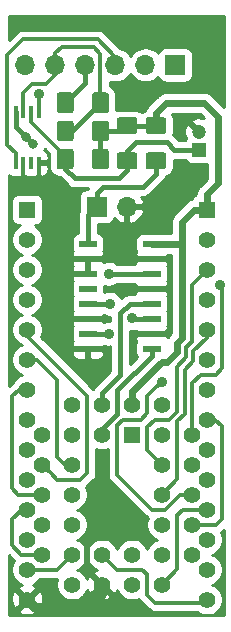
<source format=gtl>
G04 #@! TF.GenerationSoftware,KiCad,Pcbnew,(5.1.0)-1*
G04 #@! TF.CreationDate,2021-03-18T21:23:53+01:00*
G04 #@! TF.ProjectId,Atari TTP and OS,41746172-6920-4545-9450-20616e64204f,rev?*
G04 #@! TF.SameCoordinates,Original*
G04 #@! TF.FileFunction,Copper,L1,Top*
G04 #@! TF.FilePolarity,Positive*
%FSLAX46Y46*%
G04 Gerber Fmt 4.6, Leading zero omitted, Abs format (unit mm)*
G04 Created by KiCad (PCBNEW (5.1.0)-1) date 2021-03-18 21:23:53*
%MOMM*%
%LPD*%
G04 APERTURE LIST*
%ADD10R,1.500000X0.600000*%
%ADD11C,0.100000*%
%ADD12C,1.425000*%
%ADD13O,1.700000X1.700000*%
%ADD14R,1.700000X1.700000*%
%ADD15C,1.200000*%
%ADD16R,1.200000X1.200000*%
%ADD17R,0.400000X1.100000*%
%ADD18C,1.422400*%
%ADD19R,1.422400X1.422400*%
%ADD20C,0.800000*%
%ADD21C,0.900000*%
%ADD22C,0.406400*%
%ADD23C,0.609600*%
%ADD24C,0.812800*%
%ADD25C,0.304800*%
%ADD26C,0.508000*%
%ADD27C,0.254000*%
G04 APERTURE END LIST*
D10*
X135186400Y-72771000D03*
X135186400Y-74041000D03*
X135186400Y-75311000D03*
X135186400Y-76581000D03*
X135186400Y-77851000D03*
X135186400Y-79121000D03*
X135186400Y-80391000D03*
X135186400Y-81661000D03*
X129786400Y-81661000D03*
X129786400Y-80391000D03*
X129786400Y-79121000D03*
X129786400Y-77851000D03*
X129786400Y-76581000D03*
X129786400Y-75311000D03*
X129786400Y-74041000D03*
X129786400Y-72771000D03*
D11*
G36*
X136196604Y-62063204D02*
G01*
X136220873Y-62066804D01*
X136244671Y-62072765D01*
X136267771Y-62081030D01*
X136289949Y-62091520D01*
X136310993Y-62104133D01*
X136330698Y-62118747D01*
X136348877Y-62135223D01*
X136365353Y-62153402D01*
X136379967Y-62173107D01*
X136392580Y-62194151D01*
X136403070Y-62216329D01*
X136411335Y-62239429D01*
X136417296Y-62263227D01*
X136420896Y-62287496D01*
X136422100Y-62312000D01*
X136422100Y-63237000D01*
X136420896Y-63261504D01*
X136417296Y-63285773D01*
X136411335Y-63309571D01*
X136403070Y-63332671D01*
X136392580Y-63354849D01*
X136379967Y-63375893D01*
X136365353Y-63395598D01*
X136348877Y-63413777D01*
X136330698Y-63430253D01*
X136310993Y-63444867D01*
X136289949Y-63457480D01*
X136267771Y-63467970D01*
X136244671Y-63476235D01*
X136220873Y-63482196D01*
X136196604Y-63485796D01*
X136172100Y-63487000D01*
X134922100Y-63487000D01*
X134897596Y-63485796D01*
X134873327Y-63482196D01*
X134849529Y-63476235D01*
X134826429Y-63467970D01*
X134804251Y-63457480D01*
X134783207Y-63444867D01*
X134763502Y-63430253D01*
X134745323Y-63413777D01*
X134728847Y-63395598D01*
X134714233Y-63375893D01*
X134701620Y-63354849D01*
X134691130Y-63332671D01*
X134682865Y-63309571D01*
X134676904Y-63285773D01*
X134673304Y-63261504D01*
X134672100Y-63237000D01*
X134672100Y-62312000D01*
X134673304Y-62287496D01*
X134676904Y-62263227D01*
X134682865Y-62239429D01*
X134691130Y-62216329D01*
X134701620Y-62194151D01*
X134714233Y-62173107D01*
X134728847Y-62153402D01*
X134745323Y-62135223D01*
X134763502Y-62118747D01*
X134783207Y-62104133D01*
X134804251Y-62091520D01*
X134826429Y-62081030D01*
X134849529Y-62072765D01*
X134873327Y-62066804D01*
X134897596Y-62063204D01*
X134922100Y-62062000D01*
X136172100Y-62062000D01*
X136196604Y-62063204D01*
X136196604Y-62063204D01*
G37*
D12*
X135547100Y-62774500D03*
D11*
G36*
X136196604Y-65038204D02*
G01*
X136220873Y-65041804D01*
X136244671Y-65047765D01*
X136267771Y-65056030D01*
X136289949Y-65066520D01*
X136310993Y-65079133D01*
X136330698Y-65093747D01*
X136348877Y-65110223D01*
X136365353Y-65128402D01*
X136379967Y-65148107D01*
X136392580Y-65169151D01*
X136403070Y-65191329D01*
X136411335Y-65214429D01*
X136417296Y-65238227D01*
X136420896Y-65262496D01*
X136422100Y-65287000D01*
X136422100Y-66212000D01*
X136420896Y-66236504D01*
X136417296Y-66260773D01*
X136411335Y-66284571D01*
X136403070Y-66307671D01*
X136392580Y-66329849D01*
X136379967Y-66350893D01*
X136365353Y-66370598D01*
X136348877Y-66388777D01*
X136330698Y-66405253D01*
X136310993Y-66419867D01*
X136289949Y-66432480D01*
X136267771Y-66442970D01*
X136244671Y-66451235D01*
X136220873Y-66457196D01*
X136196604Y-66460796D01*
X136172100Y-66462000D01*
X134922100Y-66462000D01*
X134897596Y-66460796D01*
X134873327Y-66457196D01*
X134849529Y-66451235D01*
X134826429Y-66442970D01*
X134804251Y-66432480D01*
X134783207Y-66419867D01*
X134763502Y-66405253D01*
X134745323Y-66388777D01*
X134728847Y-66370598D01*
X134714233Y-66350893D01*
X134701620Y-66329849D01*
X134691130Y-66307671D01*
X134682865Y-66284571D01*
X134676904Y-66260773D01*
X134673304Y-66236504D01*
X134672100Y-66212000D01*
X134672100Y-65287000D01*
X134673304Y-65262496D01*
X134676904Y-65238227D01*
X134682865Y-65214429D01*
X134691130Y-65191329D01*
X134701620Y-65169151D01*
X134714233Y-65148107D01*
X134728847Y-65128402D01*
X134745323Y-65110223D01*
X134763502Y-65093747D01*
X134783207Y-65079133D01*
X134804251Y-65066520D01*
X134826429Y-65056030D01*
X134849529Y-65047765D01*
X134873327Y-65041804D01*
X134897596Y-65038204D01*
X134922100Y-65037000D01*
X136172100Y-65037000D01*
X136196604Y-65038204D01*
X136196604Y-65038204D01*
G37*
D12*
X135547100Y-65749500D03*
D13*
X133070600Y-69621400D03*
D14*
X130530600Y-69621400D03*
D15*
X139192000Y-63320800D03*
D16*
X139192000Y-64820800D03*
D17*
X123662800Y-61629400D03*
X124312800Y-61629400D03*
X124962800Y-61629400D03*
X125612800Y-61629400D03*
X125612800Y-65929400D03*
X124962800Y-65929400D03*
X124312800Y-65929400D03*
X123662800Y-65929400D03*
D13*
X124485400Y-57632600D03*
X127025400Y-57632600D03*
X129565400Y-57632600D03*
X132105400Y-57632600D03*
X134645400Y-57632600D03*
D14*
X137185400Y-57632600D03*
D11*
G36*
X133758204Y-65038204D02*
G01*
X133782473Y-65041804D01*
X133806271Y-65047765D01*
X133829371Y-65056030D01*
X133851549Y-65066520D01*
X133872593Y-65079133D01*
X133892298Y-65093747D01*
X133910477Y-65110223D01*
X133926953Y-65128402D01*
X133941567Y-65148107D01*
X133954180Y-65169151D01*
X133964670Y-65191329D01*
X133972935Y-65214429D01*
X133978896Y-65238227D01*
X133982496Y-65262496D01*
X133983700Y-65287000D01*
X133983700Y-66212000D01*
X133982496Y-66236504D01*
X133978896Y-66260773D01*
X133972935Y-66284571D01*
X133964670Y-66307671D01*
X133954180Y-66329849D01*
X133941567Y-66350893D01*
X133926953Y-66370598D01*
X133910477Y-66388777D01*
X133892298Y-66405253D01*
X133872593Y-66419867D01*
X133851549Y-66432480D01*
X133829371Y-66442970D01*
X133806271Y-66451235D01*
X133782473Y-66457196D01*
X133758204Y-66460796D01*
X133733700Y-66462000D01*
X132483700Y-66462000D01*
X132459196Y-66460796D01*
X132434927Y-66457196D01*
X132411129Y-66451235D01*
X132388029Y-66442970D01*
X132365851Y-66432480D01*
X132344807Y-66419867D01*
X132325102Y-66405253D01*
X132306923Y-66388777D01*
X132290447Y-66370598D01*
X132275833Y-66350893D01*
X132263220Y-66329849D01*
X132252730Y-66307671D01*
X132244465Y-66284571D01*
X132238504Y-66260773D01*
X132234904Y-66236504D01*
X132233700Y-66212000D01*
X132233700Y-65287000D01*
X132234904Y-65262496D01*
X132238504Y-65238227D01*
X132244465Y-65214429D01*
X132252730Y-65191329D01*
X132263220Y-65169151D01*
X132275833Y-65148107D01*
X132290447Y-65128402D01*
X132306923Y-65110223D01*
X132325102Y-65093747D01*
X132344807Y-65079133D01*
X132365851Y-65066520D01*
X132388029Y-65056030D01*
X132411129Y-65047765D01*
X132434927Y-65041804D01*
X132459196Y-65038204D01*
X132483700Y-65037000D01*
X133733700Y-65037000D01*
X133758204Y-65038204D01*
X133758204Y-65038204D01*
G37*
D12*
X133108700Y-65749500D03*
D11*
G36*
X133758204Y-62063204D02*
G01*
X133782473Y-62066804D01*
X133806271Y-62072765D01*
X133829371Y-62081030D01*
X133851549Y-62091520D01*
X133872593Y-62104133D01*
X133892298Y-62118747D01*
X133910477Y-62135223D01*
X133926953Y-62153402D01*
X133941567Y-62173107D01*
X133954180Y-62194151D01*
X133964670Y-62216329D01*
X133972935Y-62239429D01*
X133978896Y-62263227D01*
X133982496Y-62287496D01*
X133983700Y-62312000D01*
X133983700Y-63237000D01*
X133982496Y-63261504D01*
X133978896Y-63285773D01*
X133972935Y-63309571D01*
X133964670Y-63332671D01*
X133954180Y-63354849D01*
X133941567Y-63375893D01*
X133926953Y-63395598D01*
X133910477Y-63413777D01*
X133892298Y-63430253D01*
X133872593Y-63444867D01*
X133851549Y-63457480D01*
X133829371Y-63467970D01*
X133806271Y-63476235D01*
X133782473Y-63482196D01*
X133758204Y-63485796D01*
X133733700Y-63487000D01*
X132483700Y-63487000D01*
X132459196Y-63485796D01*
X132434927Y-63482196D01*
X132411129Y-63476235D01*
X132388029Y-63467970D01*
X132365851Y-63457480D01*
X132344807Y-63444867D01*
X132325102Y-63430253D01*
X132306923Y-63413777D01*
X132290447Y-63395598D01*
X132275833Y-63375893D01*
X132263220Y-63354849D01*
X132252730Y-63332671D01*
X132244465Y-63309571D01*
X132238504Y-63285773D01*
X132234904Y-63261504D01*
X132233700Y-63237000D01*
X132233700Y-62312000D01*
X132234904Y-62287496D01*
X132238504Y-62263227D01*
X132244465Y-62239429D01*
X132252730Y-62216329D01*
X132263220Y-62194151D01*
X132275833Y-62173107D01*
X132290447Y-62153402D01*
X132306923Y-62135223D01*
X132325102Y-62118747D01*
X132344807Y-62104133D01*
X132365851Y-62091520D01*
X132388029Y-62081030D01*
X132411129Y-62072765D01*
X132434927Y-62066804D01*
X132459196Y-62063204D01*
X132483700Y-62062000D01*
X133733700Y-62062000D01*
X133758204Y-62063204D01*
X133758204Y-62063204D01*
G37*
D12*
X133108700Y-62774500D03*
D11*
G36*
X131324004Y-62346804D02*
G01*
X131348273Y-62350404D01*
X131372071Y-62356365D01*
X131395171Y-62364630D01*
X131417349Y-62375120D01*
X131438393Y-62387733D01*
X131458098Y-62402347D01*
X131476277Y-62418823D01*
X131492753Y-62437002D01*
X131507367Y-62456707D01*
X131519980Y-62477751D01*
X131530470Y-62499929D01*
X131538735Y-62523029D01*
X131544696Y-62546827D01*
X131548296Y-62571096D01*
X131549500Y-62595600D01*
X131549500Y-63845600D01*
X131548296Y-63870104D01*
X131544696Y-63894373D01*
X131538735Y-63918171D01*
X131530470Y-63941271D01*
X131519980Y-63963449D01*
X131507367Y-63984493D01*
X131492753Y-64004198D01*
X131476277Y-64022377D01*
X131458098Y-64038853D01*
X131438393Y-64053467D01*
X131417349Y-64066080D01*
X131395171Y-64076570D01*
X131372071Y-64084835D01*
X131348273Y-64090796D01*
X131324004Y-64094396D01*
X131299500Y-64095600D01*
X130374500Y-64095600D01*
X130349996Y-64094396D01*
X130325727Y-64090796D01*
X130301929Y-64084835D01*
X130278829Y-64076570D01*
X130256651Y-64066080D01*
X130235607Y-64053467D01*
X130215902Y-64038853D01*
X130197723Y-64022377D01*
X130181247Y-64004198D01*
X130166633Y-63984493D01*
X130154020Y-63963449D01*
X130143530Y-63941271D01*
X130135265Y-63918171D01*
X130129304Y-63894373D01*
X130125704Y-63870104D01*
X130124500Y-63845600D01*
X130124500Y-62595600D01*
X130125704Y-62571096D01*
X130129304Y-62546827D01*
X130135265Y-62523029D01*
X130143530Y-62499929D01*
X130154020Y-62477751D01*
X130166633Y-62456707D01*
X130181247Y-62437002D01*
X130197723Y-62418823D01*
X130215902Y-62402347D01*
X130235607Y-62387733D01*
X130256651Y-62375120D01*
X130278829Y-62364630D01*
X130301929Y-62356365D01*
X130325727Y-62350404D01*
X130349996Y-62346804D01*
X130374500Y-62345600D01*
X131299500Y-62345600D01*
X131324004Y-62346804D01*
X131324004Y-62346804D01*
G37*
D12*
X130837000Y-63220600D03*
D11*
G36*
X128349004Y-62346804D02*
G01*
X128373273Y-62350404D01*
X128397071Y-62356365D01*
X128420171Y-62364630D01*
X128442349Y-62375120D01*
X128463393Y-62387733D01*
X128483098Y-62402347D01*
X128501277Y-62418823D01*
X128517753Y-62437002D01*
X128532367Y-62456707D01*
X128544980Y-62477751D01*
X128555470Y-62499929D01*
X128563735Y-62523029D01*
X128569696Y-62546827D01*
X128573296Y-62571096D01*
X128574500Y-62595600D01*
X128574500Y-63845600D01*
X128573296Y-63870104D01*
X128569696Y-63894373D01*
X128563735Y-63918171D01*
X128555470Y-63941271D01*
X128544980Y-63963449D01*
X128532367Y-63984493D01*
X128517753Y-64004198D01*
X128501277Y-64022377D01*
X128483098Y-64038853D01*
X128463393Y-64053467D01*
X128442349Y-64066080D01*
X128420171Y-64076570D01*
X128397071Y-64084835D01*
X128373273Y-64090796D01*
X128349004Y-64094396D01*
X128324500Y-64095600D01*
X127399500Y-64095600D01*
X127374996Y-64094396D01*
X127350727Y-64090796D01*
X127326929Y-64084835D01*
X127303829Y-64076570D01*
X127281651Y-64066080D01*
X127260607Y-64053467D01*
X127240902Y-64038853D01*
X127222723Y-64022377D01*
X127206247Y-64004198D01*
X127191633Y-63984493D01*
X127179020Y-63963449D01*
X127168530Y-63941271D01*
X127160265Y-63918171D01*
X127154304Y-63894373D01*
X127150704Y-63870104D01*
X127149500Y-63845600D01*
X127149500Y-62595600D01*
X127150704Y-62571096D01*
X127154304Y-62546827D01*
X127160265Y-62523029D01*
X127168530Y-62499929D01*
X127179020Y-62477751D01*
X127191633Y-62456707D01*
X127206247Y-62437002D01*
X127222723Y-62418823D01*
X127240902Y-62402347D01*
X127260607Y-62387733D01*
X127281651Y-62375120D01*
X127303829Y-62364630D01*
X127326929Y-62356365D01*
X127350727Y-62350404D01*
X127374996Y-62346804D01*
X127399500Y-62345600D01*
X128324500Y-62345600D01*
X128349004Y-62346804D01*
X128349004Y-62346804D01*
G37*
D12*
X127862000Y-63220600D03*
D11*
G36*
X128349004Y-64734404D02*
G01*
X128373273Y-64738004D01*
X128397071Y-64743965D01*
X128420171Y-64752230D01*
X128442349Y-64762720D01*
X128463393Y-64775333D01*
X128483098Y-64789947D01*
X128501277Y-64806423D01*
X128517753Y-64824602D01*
X128532367Y-64844307D01*
X128544980Y-64865351D01*
X128555470Y-64887529D01*
X128563735Y-64910629D01*
X128569696Y-64934427D01*
X128573296Y-64958696D01*
X128574500Y-64983200D01*
X128574500Y-66233200D01*
X128573296Y-66257704D01*
X128569696Y-66281973D01*
X128563735Y-66305771D01*
X128555470Y-66328871D01*
X128544980Y-66351049D01*
X128532367Y-66372093D01*
X128517753Y-66391798D01*
X128501277Y-66409977D01*
X128483098Y-66426453D01*
X128463393Y-66441067D01*
X128442349Y-66453680D01*
X128420171Y-66464170D01*
X128397071Y-66472435D01*
X128373273Y-66478396D01*
X128349004Y-66481996D01*
X128324500Y-66483200D01*
X127399500Y-66483200D01*
X127374996Y-66481996D01*
X127350727Y-66478396D01*
X127326929Y-66472435D01*
X127303829Y-66464170D01*
X127281651Y-66453680D01*
X127260607Y-66441067D01*
X127240902Y-66426453D01*
X127222723Y-66409977D01*
X127206247Y-66391798D01*
X127191633Y-66372093D01*
X127179020Y-66351049D01*
X127168530Y-66328871D01*
X127160265Y-66305771D01*
X127154304Y-66281973D01*
X127150704Y-66257704D01*
X127149500Y-66233200D01*
X127149500Y-64983200D01*
X127150704Y-64958696D01*
X127154304Y-64934427D01*
X127160265Y-64910629D01*
X127168530Y-64887529D01*
X127179020Y-64865351D01*
X127191633Y-64844307D01*
X127206247Y-64824602D01*
X127222723Y-64806423D01*
X127240902Y-64789947D01*
X127260607Y-64775333D01*
X127281651Y-64762720D01*
X127303829Y-64752230D01*
X127326929Y-64743965D01*
X127350727Y-64738004D01*
X127374996Y-64734404D01*
X127399500Y-64733200D01*
X128324500Y-64733200D01*
X128349004Y-64734404D01*
X128349004Y-64734404D01*
G37*
D12*
X127862000Y-65608200D03*
D11*
G36*
X131324004Y-64734404D02*
G01*
X131348273Y-64738004D01*
X131372071Y-64743965D01*
X131395171Y-64752230D01*
X131417349Y-64762720D01*
X131438393Y-64775333D01*
X131458098Y-64789947D01*
X131476277Y-64806423D01*
X131492753Y-64824602D01*
X131507367Y-64844307D01*
X131519980Y-64865351D01*
X131530470Y-64887529D01*
X131538735Y-64910629D01*
X131544696Y-64934427D01*
X131548296Y-64958696D01*
X131549500Y-64983200D01*
X131549500Y-66233200D01*
X131548296Y-66257704D01*
X131544696Y-66281973D01*
X131538735Y-66305771D01*
X131530470Y-66328871D01*
X131519980Y-66351049D01*
X131507367Y-66372093D01*
X131492753Y-66391798D01*
X131476277Y-66409977D01*
X131458098Y-66426453D01*
X131438393Y-66441067D01*
X131417349Y-66453680D01*
X131395171Y-66464170D01*
X131372071Y-66472435D01*
X131348273Y-66478396D01*
X131324004Y-66481996D01*
X131299500Y-66483200D01*
X130374500Y-66483200D01*
X130349996Y-66481996D01*
X130325727Y-66478396D01*
X130301929Y-66472435D01*
X130278829Y-66464170D01*
X130256651Y-66453680D01*
X130235607Y-66441067D01*
X130215902Y-66426453D01*
X130197723Y-66409977D01*
X130181247Y-66391798D01*
X130166633Y-66372093D01*
X130154020Y-66351049D01*
X130143530Y-66328871D01*
X130135265Y-66305771D01*
X130129304Y-66281973D01*
X130125704Y-66257704D01*
X130124500Y-66233200D01*
X130124500Y-64983200D01*
X130125704Y-64958696D01*
X130129304Y-64934427D01*
X130135265Y-64910629D01*
X130143530Y-64887529D01*
X130154020Y-64865351D01*
X130166633Y-64844307D01*
X130181247Y-64824602D01*
X130197723Y-64806423D01*
X130215902Y-64789947D01*
X130235607Y-64775333D01*
X130256651Y-64762720D01*
X130278829Y-64752230D01*
X130301929Y-64743965D01*
X130325727Y-64738004D01*
X130349996Y-64734404D01*
X130374500Y-64733200D01*
X131299500Y-64733200D01*
X131324004Y-64734404D01*
X131324004Y-64734404D01*
G37*
D12*
X130837000Y-65608200D03*
D11*
G36*
X128349004Y-59959204D02*
G01*
X128373273Y-59962804D01*
X128397071Y-59968765D01*
X128420171Y-59977030D01*
X128442349Y-59987520D01*
X128463393Y-60000133D01*
X128483098Y-60014747D01*
X128501277Y-60031223D01*
X128517753Y-60049402D01*
X128532367Y-60069107D01*
X128544980Y-60090151D01*
X128555470Y-60112329D01*
X128563735Y-60135429D01*
X128569696Y-60159227D01*
X128573296Y-60183496D01*
X128574500Y-60208000D01*
X128574500Y-61458000D01*
X128573296Y-61482504D01*
X128569696Y-61506773D01*
X128563735Y-61530571D01*
X128555470Y-61553671D01*
X128544980Y-61575849D01*
X128532367Y-61596893D01*
X128517753Y-61616598D01*
X128501277Y-61634777D01*
X128483098Y-61651253D01*
X128463393Y-61665867D01*
X128442349Y-61678480D01*
X128420171Y-61688970D01*
X128397071Y-61697235D01*
X128373273Y-61703196D01*
X128349004Y-61706796D01*
X128324500Y-61708000D01*
X127399500Y-61708000D01*
X127374996Y-61706796D01*
X127350727Y-61703196D01*
X127326929Y-61697235D01*
X127303829Y-61688970D01*
X127281651Y-61678480D01*
X127260607Y-61665867D01*
X127240902Y-61651253D01*
X127222723Y-61634777D01*
X127206247Y-61616598D01*
X127191633Y-61596893D01*
X127179020Y-61575849D01*
X127168530Y-61553671D01*
X127160265Y-61530571D01*
X127154304Y-61506773D01*
X127150704Y-61482504D01*
X127149500Y-61458000D01*
X127149500Y-60208000D01*
X127150704Y-60183496D01*
X127154304Y-60159227D01*
X127160265Y-60135429D01*
X127168530Y-60112329D01*
X127179020Y-60090151D01*
X127191633Y-60069107D01*
X127206247Y-60049402D01*
X127222723Y-60031223D01*
X127240902Y-60014747D01*
X127260607Y-60000133D01*
X127281651Y-59987520D01*
X127303829Y-59977030D01*
X127326929Y-59968765D01*
X127350727Y-59962804D01*
X127374996Y-59959204D01*
X127399500Y-59958000D01*
X128324500Y-59958000D01*
X128349004Y-59959204D01*
X128349004Y-59959204D01*
G37*
D12*
X127862000Y-60833000D03*
D11*
G36*
X131324004Y-59959204D02*
G01*
X131348273Y-59962804D01*
X131372071Y-59968765D01*
X131395171Y-59977030D01*
X131417349Y-59987520D01*
X131438393Y-60000133D01*
X131458098Y-60014747D01*
X131476277Y-60031223D01*
X131492753Y-60049402D01*
X131507367Y-60069107D01*
X131519980Y-60090151D01*
X131530470Y-60112329D01*
X131538735Y-60135429D01*
X131544696Y-60159227D01*
X131548296Y-60183496D01*
X131549500Y-60208000D01*
X131549500Y-61458000D01*
X131548296Y-61482504D01*
X131544696Y-61506773D01*
X131538735Y-61530571D01*
X131530470Y-61553671D01*
X131519980Y-61575849D01*
X131507367Y-61596893D01*
X131492753Y-61616598D01*
X131476277Y-61634777D01*
X131458098Y-61651253D01*
X131438393Y-61665867D01*
X131417349Y-61678480D01*
X131395171Y-61688970D01*
X131372071Y-61697235D01*
X131348273Y-61703196D01*
X131324004Y-61706796D01*
X131299500Y-61708000D01*
X130374500Y-61708000D01*
X130349996Y-61706796D01*
X130325727Y-61703196D01*
X130301929Y-61697235D01*
X130278829Y-61688970D01*
X130256651Y-61678480D01*
X130235607Y-61665867D01*
X130215902Y-61651253D01*
X130197723Y-61634777D01*
X130181247Y-61616598D01*
X130166633Y-61596893D01*
X130154020Y-61575849D01*
X130143530Y-61553671D01*
X130135265Y-61530571D01*
X130129304Y-61506773D01*
X130125704Y-61482504D01*
X130124500Y-61458000D01*
X130124500Y-60208000D01*
X130125704Y-60183496D01*
X130129304Y-60159227D01*
X130135265Y-60135429D01*
X130143530Y-60112329D01*
X130154020Y-60090151D01*
X130166633Y-60069107D01*
X130181247Y-60049402D01*
X130197723Y-60031223D01*
X130215902Y-60014747D01*
X130235607Y-60000133D01*
X130256651Y-59987520D01*
X130278829Y-59977030D01*
X130301929Y-59968765D01*
X130325727Y-59962804D01*
X130349996Y-59959204D01*
X130374500Y-59958000D01*
X131299500Y-59958000D01*
X131324004Y-59959204D01*
X131324004Y-59959204D01*
G37*
D12*
X130837000Y-60833000D03*
D18*
X139877800Y-102895400D03*
X139877800Y-100355400D03*
X139877800Y-97815400D03*
X139877800Y-95275400D03*
X139877800Y-92735400D03*
X139877800Y-90195400D03*
X139877800Y-87655400D03*
X139877800Y-85115400D03*
X139877800Y-82575400D03*
X139877800Y-80035400D03*
X139877800Y-77495400D03*
X139877800Y-74955400D03*
X139877800Y-72415400D03*
D19*
X139877800Y-69875400D03*
D18*
X124637800Y-102895400D03*
X124637800Y-100355400D03*
X124637800Y-97815400D03*
X124637800Y-95275400D03*
X124637800Y-92735400D03*
X124637800Y-90195400D03*
X124637800Y-87655400D03*
X124637800Y-85115400D03*
X124637800Y-82575400D03*
X124637800Y-80035400D03*
X124637800Y-77495400D03*
X124637800Y-74955400D03*
X124637800Y-72415400D03*
D19*
X124637800Y-69875400D03*
D18*
X136067800Y-91465400D03*
X136067800Y-94005400D03*
X136067800Y-96545400D03*
X136067800Y-99085400D03*
X138607800Y-91465400D03*
X138607800Y-94005400D03*
X138607800Y-96545400D03*
X138607800Y-99085400D03*
X133527800Y-99085400D03*
X130987800Y-99085400D03*
X136067800Y-101625400D03*
X133527800Y-101625400D03*
X130987800Y-101625400D03*
X128447800Y-101625400D03*
X128447800Y-99085400D03*
X128447800Y-96545400D03*
X128447800Y-94005400D03*
X128447800Y-91465400D03*
X125907800Y-99085400D03*
X125907800Y-96545400D03*
X125907800Y-94005400D03*
X125907800Y-91465400D03*
X125907800Y-88925400D03*
X136067800Y-86385400D03*
X133527800Y-86385400D03*
X128447800Y-86385400D03*
X130987800Y-86385400D03*
X138607800Y-88925400D03*
X136067800Y-88925400D03*
X128447800Y-88925400D03*
X130987800Y-88925400D03*
D19*
X133527800Y-88925400D03*
D20*
X124510800Y-63703200D03*
X125158500Y-64350900D03*
D21*
X131064000Y-93726000D03*
X131064000Y-96520000D03*
X133350000Y-96520000D03*
X123952000Y-54102000D03*
X128016000Y-54102000D03*
X132080000Y-54102000D03*
X136144000Y-54102000D03*
X140462000Y-54102000D03*
X140462000Y-57404000D03*
X133350000Y-60452000D03*
X138176000Y-67310000D03*
X136144000Y-69342000D03*
X133070600Y-72161400D03*
X129184400Y-83362800D03*
X130835400Y-83388200D03*
X127812800Y-81661000D03*
X136017002Y-84455000D03*
X125628400Y-60096400D03*
X131546600Y-75311000D03*
X133553200Y-79095600D03*
X131622800Y-77851000D03*
X140995400Y-76225400D03*
X131546600Y-80391000D03*
D22*
X123662800Y-61629400D02*
X123662800Y-62855200D01*
X123662800Y-62855200D02*
X124110801Y-63303201D01*
X124110801Y-63303201D02*
X124510800Y-63703200D01*
X130837000Y-63220600D02*
X130837000Y-65608200D01*
X132662600Y-63220600D02*
X133108700Y-62774500D01*
X130837000Y-63220600D02*
X132662600Y-63220600D01*
X125158500Y-64350900D02*
X123662800Y-62855200D01*
D23*
X137744200Y-70916800D02*
X138785600Y-69875400D01*
X137668000Y-72771000D02*
X135186400Y-72771000D01*
X137744200Y-72694800D02*
X137668000Y-72771000D01*
X137744200Y-72694800D02*
X137744200Y-70916800D01*
D22*
X135547100Y-62774500D02*
X133108700Y-62774500D01*
D23*
X138785600Y-69875400D02*
X139877800Y-69875400D01*
X135547100Y-61734700D02*
X135547100Y-62774500D01*
X139877800Y-68554600D02*
X140792200Y-67640200D01*
X139877800Y-69875400D02*
X139877800Y-68554600D01*
X140792200Y-67640200D02*
X140792200Y-62001400D01*
X140792200Y-62001400D02*
X139649200Y-60858400D01*
X139649200Y-60858400D02*
X136423400Y-60858400D01*
X136423400Y-60858400D02*
X135547100Y-61734700D01*
X137744200Y-80746600D02*
X137744200Y-72694800D01*
X133527800Y-85267800D02*
X136017000Y-82778600D01*
X133527800Y-86385400D02*
X133527800Y-85267800D01*
X136017000Y-82778600D02*
X136448800Y-82778600D01*
X136448800Y-82778600D02*
X137312400Y-81915000D01*
X137312400Y-81915000D02*
X137312400Y-81178400D01*
X137312400Y-81178400D02*
X137744200Y-80746600D01*
D24*
X130987800Y-102412800D02*
X130987800Y-101625400D01*
X129794001Y-103606599D02*
X130987800Y-102412800D01*
X124637800Y-102895400D02*
X125348999Y-103606599D01*
X125348999Y-103606599D02*
X129794001Y-103606599D01*
D25*
X129786400Y-74041000D02*
X129786400Y-75311000D01*
X128244600Y-79146400D02*
X128270000Y-79121000D01*
X136347200Y-74041000D02*
X135186400Y-74041000D01*
X136702800Y-74396600D02*
X136347200Y-74041000D01*
X135186400Y-80391000D02*
X136241200Y-80391000D01*
X136241200Y-80391000D02*
X136702800Y-79929400D01*
X136652000Y-76581000D02*
X135186400Y-76581000D01*
X136702800Y-76530200D02*
X136652000Y-76581000D01*
X136702800Y-76530200D02*
X136702800Y-74396600D01*
X136702800Y-79929400D02*
X136702800Y-76530200D01*
X128244600Y-79146400D02*
X128244600Y-75692000D01*
X129786400Y-74041000D02*
X130841200Y-74041000D01*
X133070600Y-74015600D02*
X133070600Y-72161400D01*
X133096000Y-74041000D02*
X133070600Y-74015600D01*
X133096000Y-74041000D02*
X135186400Y-74041000D01*
X130841200Y-74041000D02*
X133096000Y-74041000D01*
X125612800Y-67363700D02*
X125612800Y-65929400D01*
X125412500Y-67564000D02*
X125612800Y-67363700D01*
X124714000Y-67564000D02*
X125412500Y-67564000D01*
X124312800Y-65929400D02*
X124312800Y-67162800D01*
X124312800Y-67162800D02*
X124714000Y-67564000D01*
X133070600Y-72161400D02*
X133070600Y-69621400D01*
D26*
X132486400Y-97383600D02*
X133350000Y-96520000D01*
X130200400Y-97383600D02*
X132486400Y-97383600D01*
X129717800Y-97866200D02*
X130200400Y-97383600D01*
X130987800Y-101625400D02*
X129717800Y-100355400D01*
X129717800Y-100355400D02*
X129717800Y-97866200D01*
D25*
X127177800Y-100355400D02*
X124637800Y-100355400D01*
X128447800Y-99085400D02*
X127177800Y-100355400D01*
X138557000Y-81076800D02*
X138557000Y-76276200D01*
X138122010Y-81511790D02*
X138557000Y-81076800D01*
X138122010Y-82400790D02*
X138122010Y-81511790D01*
X137337800Y-83185000D02*
X138122010Y-82400790D01*
X134823200Y-90220800D02*
X134823200Y-88290400D01*
X136067800Y-91465400D02*
X134823200Y-90220800D01*
X134823200Y-88290400D02*
X135458200Y-87655400D01*
X138557000Y-76276200D02*
X139877800Y-74955400D01*
X135458200Y-87655400D02*
X136677400Y-87655400D01*
X136677400Y-87655400D02*
X137337800Y-86995000D01*
X137337800Y-86995000D02*
X137337800Y-83185000D01*
X124180600Y-95275400D02*
X124637800Y-95275400D01*
X123342400Y-96113600D02*
X124180600Y-95275400D01*
X123342400Y-98298000D02*
X123342400Y-96113600D01*
X125907800Y-99085400D02*
X124129800Y-99085400D01*
X124129800Y-99085400D02*
X123342400Y-98298000D01*
X138709400Y-81889600D02*
X139877800Y-80721200D01*
X137363200Y-92710000D02*
X137363200Y-87807800D01*
X136067800Y-94005400D02*
X137363200Y-92710000D01*
X137363200Y-87807800D02*
X137972800Y-87198200D01*
X137972800Y-87198200D02*
X137972800Y-83464400D01*
X139877800Y-80721200D02*
X139877800Y-80035400D01*
X137972800Y-83464400D02*
X138709400Y-82727800D01*
X138709400Y-82727800D02*
X138709400Y-81889600D01*
X136332012Y-95275400D02*
X135204200Y-95275400D01*
X137602012Y-94005400D02*
X136332012Y-95275400D01*
X138607800Y-94005400D02*
X137602012Y-94005400D01*
X135204200Y-95275400D02*
X132257800Y-92329000D01*
X132257800Y-92329000D02*
X132257800Y-88138678D01*
X134823200Y-85648802D02*
X135567003Y-84904999D01*
X135567003Y-84904999D02*
X136017002Y-84455000D01*
X134823200Y-87122000D02*
X134823200Y-85648802D01*
X134289800Y-87655400D02*
X134823200Y-87122000D01*
X132741078Y-87655400D02*
X134289800Y-87655400D01*
X132257800Y-88138678D02*
X132741078Y-87655400D01*
X140563600Y-87655400D02*
X139877800Y-87655400D01*
X141097000Y-88188800D02*
X140563600Y-87655400D01*
X141097000Y-96088200D02*
X141097000Y-88188800D01*
X138607800Y-96545400D02*
X140639800Y-96545400D01*
X140639800Y-96545400D02*
X141097000Y-96088200D01*
X123926600Y-85115400D02*
X124637800Y-85115400D01*
X123342400Y-85699600D02*
X123926600Y-85115400D01*
X123342400Y-93446600D02*
X123342400Y-85699600D01*
X125907800Y-94005400D02*
X123901200Y-94005400D01*
X123901200Y-94005400D02*
X123342400Y-93446600D01*
X125450600Y-82575400D02*
X124637800Y-82575400D01*
X127177800Y-84302600D02*
X125450600Y-82575400D01*
X127177800Y-90805000D02*
X127177800Y-84302600D01*
X128447800Y-91465400D02*
X127838200Y-91465400D01*
X127838200Y-91465400D02*
X127177800Y-90805000D01*
X126618999Y-92176599D02*
X125907800Y-91465400D01*
X124637800Y-80568800D02*
X129717800Y-85648800D01*
X124637800Y-80035400D02*
X124637800Y-80568800D01*
X129717800Y-92182328D02*
X129139328Y-92760800D01*
X129139328Y-92760800D02*
X127203200Y-92760800D01*
X129717800Y-85648800D02*
X129717800Y-92182328D01*
X127203200Y-92760800D02*
X126618999Y-92176599D01*
X137363200Y-100330000D02*
X136067800Y-101625400D01*
X137363200Y-95758000D02*
X137363200Y-100330000D01*
X139877800Y-95275400D02*
X137845800Y-95275400D01*
X137845800Y-95275400D02*
X137363200Y-95758000D01*
X132257800Y-100355400D02*
X130987800Y-99085400D01*
X139623800Y-103149400D02*
X135458200Y-103149400D01*
X139877800Y-102895400D02*
X139623800Y-103149400D01*
X135458200Y-103149400D02*
X134797800Y-102489000D01*
X134797800Y-102489000D02*
X134797800Y-100761800D01*
X134797800Y-100761800D02*
X134391400Y-100355400D01*
X134391400Y-100355400D02*
X132257800Y-100355400D01*
X125612800Y-61629400D02*
X125612800Y-60112000D01*
X125612800Y-60112000D02*
X125628400Y-60096400D01*
D22*
X131546600Y-75311000D02*
X135186400Y-75311000D01*
X132942000Y-65582800D02*
X133108700Y-65749500D01*
X132967400Y-65608200D02*
X133108700Y-65749500D01*
D25*
X124962800Y-62484200D02*
X124962800Y-61629400D01*
X128163000Y-65684400D02*
X124962800Y-62484200D01*
X127862000Y-66406700D02*
X127862000Y-65608200D01*
D22*
X128689100Y-67233800D02*
X127862000Y-66406700D01*
X132436900Y-67233800D02*
X128689100Y-67233800D01*
X133108700Y-65749500D02*
X133108700Y-66562000D01*
X133108700Y-66562000D02*
X132436900Y-67233800D01*
X137109200Y-64820800D02*
X139192000Y-64820800D01*
X136474200Y-64185800D02*
X137109200Y-64820800D01*
X133859900Y-64185800D02*
X136474200Y-64185800D01*
X133108700Y-65749500D02*
X133108700Y-64937000D01*
X133108700Y-64937000D02*
X133859900Y-64185800D01*
X127876300Y-60818700D02*
X127862000Y-60833000D01*
X129565400Y-57632600D02*
X129133600Y-58064400D01*
X129565400Y-59129600D02*
X127862000Y-60833000D01*
X129565400Y-57632600D02*
X129565400Y-59129600D01*
D25*
X127025400Y-58521600D02*
X127025400Y-57632600D01*
X126263400Y-59283600D02*
X127025400Y-58521600D01*
X125018800Y-59283600D02*
X126263400Y-59283600D01*
X124312800Y-61629400D02*
X124312800Y-59989600D01*
X124312800Y-59989600D02*
X125018800Y-59283600D01*
X130837000Y-56669000D02*
X130837000Y-60833000D01*
X130276600Y-56108600D02*
X130837000Y-56669000D01*
X127558800Y-56108600D02*
X130276600Y-56108600D01*
X127025400Y-57632600D02*
X127025400Y-56642000D01*
X127025400Y-56642000D02*
X127558800Y-56108600D01*
D22*
X128449400Y-63220600D02*
X130837000Y-60833000D01*
X127862000Y-63220600D02*
X128449400Y-63220600D01*
X135186400Y-79121000D02*
X133578600Y-79121000D01*
D25*
X133578600Y-79121000D02*
X133553200Y-79095600D01*
D22*
X131622800Y-77851000D02*
X129786400Y-77851000D01*
D25*
X132105400Y-56921400D02*
X132105400Y-57632600D01*
X123662800Y-65929400D02*
X123662800Y-65074600D01*
X122961400Y-56769000D02*
X124282200Y-55448200D01*
X123662800Y-65074600D02*
X122961400Y-64373200D01*
X122961400Y-64373200D02*
X122961400Y-56769000D01*
X124282200Y-55448200D02*
X130632200Y-55448200D01*
X130632200Y-55448200D02*
X132105400Y-56921400D01*
D22*
X129786400Y-70365600D02*
X130530600Y-69621400D01*
X129786400Y-72771000D02*
X129786400Y-70365600D01*
X135547100Y-66865500D02*
X135547100Y-65749500D01*
X134442200Y-67970400D02*
X135547100Y-66865500D01*
X131026800Y-67970400D02*
X134442200Y-67970400D01*
X130530600Y-69621400D02*
X130530600Y-68466600D01*
X130530600Y-68466600D02*
X131026800Y-67970400D01*
D25*
X130987800Y-86385400D02*
X130987800Y-86281092D01*
D22*
X130987800Y-85420200D02*
X130987800Y-86385400D01*
X132511800Y-83896200D02*
X130987800Y-85420200D01*
X132511800Y-78663800D02*
X132511800Y-83896200D01*
X135186400Y-77851000D02*
X133324600Y-77851000D01*
X133324600Y-77851000D02*
X132511800Y-78663800D01*
X135186400Y-82265800D02*
X135186400Y-81661000D01*
X132257800Y-85194400D02*
X135186400Y-82265800D01*
X132257800Y-87198200D02*
X132257800Y-85194400D01*
X130987800Y-88925400D02*
X130987800Y-88468200D01*
X130987800Y-88468200D02*
X132257800Y-87198200D01*
X131546600Y-80391000D02*
X129786400Y-80391000D01*
D25*
X141122400Y-76352400D02*
X140995400Y-76225400D01*
X141122400Y-83312000D02*
X141122400Y-76352400D01*
X140589000Y-83845400D02*
X141122400Y-83312000D01*
X139367271Y-83845400D02*
X140589000Y-83845400D01*
X138607800Y-88925400D02*
X138607800Y-84604871D01*
X138607800Y-84604871D02*
X139367271Y-83845400D01*
D27*
G36*
X141326001Y-104242000D02*
G01*
X124738346Y-104242000D01*
X124973913Y-104205691D01*
X125223080Y-104114942D01*
X125326648Y-104059583D01*
X125387468Y-103824673D01*
X124637800Y-103075005D01*
X123888132Y-103824673D01*
X123948952Y-104059583D01*
X124189309Y-104171602D01*
X124446902Y-104234576D01*
X124617767Y-104242000D01*
X123088000Y-104242000D01*
X123088000Y-102969430D01*
X123287113Y-102969430D01*
X123327509Y-103231513D01*
X123418258Y-103480680D01*
X123473617Y-103584248D01*
X123708527Y-103645068D01*
X124458195Y-102895400D01*
X124817405Y-102895400D01*
X125567073Y-103645068D01*
X125801983Y-103584248D01*
X125914002Y-103343891D01*
X125976976Y-103086298D01*
X125988487Y-102821370D01*
X125948091Y-102559287D01*
X125857342Y-102310120D01*
X125801983Y-102206552D01*
X125567073Y-102145732D01*
X124817405Y-102895400D01*
X124458195Y-102895400D01*
X123708527Y-102145732D01*
X123473617Y-102206552D01*
X123361598Y-102446909D01*
X123298624Y-102704502D01*
X123287113Y-102969430D01*
X123088000Y-102969430D01*
X123088000Y-99157150D01*
X123526432Y-99595583D01*
X123444813Y-99717735D01*
X123343333Y-99962728D01*
X123291600Y-100222811D01*
X123291600Y-100487989D01*
X123343333Y-100748072D01*
X123444813Y-100993065D01*
X123592138Y-101213553D01*
X123779647Y-101401062D01*
X124000135Y-101548387D01*
X124188400Y-101626369D01*
X124052520Y-101675858D01*
X123948952Y-101731217D01*
X123888132Y-101966127D01*
X124637800Y-102715795D01*
X125387468Y-101966127D01*
X125326648Y-101731217D01*
X125094866Y-101623194D01*
X125275465Y-101548387D01*
X125495953Y-101401062D01*
X125683462Y-101213553D01*
X125730738Y-101142800D01*
X127139137Y-101142800D01*
X127177800Y-101146608D01*
X127189482Y-101145457D01*
X127153333Y-101232728D01*
X127101600Y-101492811D01*
X127101600Y-101757989D01*
X127153333Y-102018072D01*
X127254813Y-102263065D01*
X127402138Y-102483553D01*
X127589647Y-102671062D01*
X127810135Y-102818387D01*
X128055128Y-102919867D01*
X128315211Y-102971600D01*
X128580389Y-102971600D01*
X128840472Y-102919867D01*
X129085465Y-102818387D01*
X129305953Y-102671062D01*
X129422342Y-102554673D01*
X130238132Y-102554673D01*
X130298952Y-102789583D01*
X130539309Y-102901602D01*
X130796902Y-102964576D01*
X131061830Y-102976087D01*
X131323913Y-102935691D01*
X131573080Y-102844942D01*
X131676648Y-102789583D01*
X131737468Y-102554673D01*
X130987800Y-101805005D01*
X130238132Y-102554673D01*
X129422342Y-102554673D01*
X129493462Y-102483553D01*
X129640787Y-102263065D01*
X129718769Y-102074800D01*
X129768258Y-102210680D01*
X129823617Y-102314248D01*
X130058527Y-102375068D01*
X130808195Y-101625400D01*
X130058527Y-100875732D01*
X129823617Y-100936552D01*
X129715594Y-101168334D01*
X129640787Y-100987735D01*
X129493462Y-100767247D01*
X129305953Y-100579738D01*
X129085465Y-100432413D01*
X128899540Y-100355400D01*
X129085465Y-100278387D01*
X129305953Y-100131062D01*
X129493462Y-99943553D01*
X129640787Y-99723065D01*
X129717800Y-99537140D01*
X129794813Y-99723065D01*
X129942138Y-99943553D01*
X130129647Y-100131062D01*
X130350135Y-100278387D01*
X130538400Y-100356369D01*
X130402520Y-100405858D01*
X130298952Y-100461217D01*
X130238132Y-100696127D01*
X130987800Y-101445795D01*
X131001943Y-101431653D01*
X131181548Y-101611258D01*
X131167405Y-101625400D01*
X131917073Y-102375068D01*
X132151983Y-102314248D01*
X132260006Y-102082466D01*
X132334813Y-102263065D01*
X132482138Y-102483553D01*
X132669647Y-102671062D01*
X132890135Y-102818387D01*
X133135128Y-102919867D01*
X133395211Y-102971600D01*
X133660389Y-102971600D01*
X133920472Y-102919867D01*
X134096343Y-102847019D01*
X134139934Y-102928571D01*
X134238331Y-103048469D01*
X134268377Y-103073127D01*
X134874081Y-103678833D01*
X134898731Y-103708869D01*
X134928767Y-103733519D01*
X134928770Y-103733522D01*
X135018627Y-103807265D01*
X135018628Y-103807266D01*
X135155417Y-103880382D01*
X135303843Y-103925406D01*
X135419527Y-103936800D01*
X135419535Y-103936800D01*
X135458200Y-103940608D01*
X135496865Y-103936800D01*
X139015385Y-103936800D01*
X139019647Y-103941062D01*
X139240135Y-104088387D01*
X139485128Y-104189867D01*
X139745211Y-104241600D01*
X140010389Y-104241600D01*
X140270472Y-104189867D01*
X140515465Y-104088387D01*
X140735953Y-103941062D01*
X140923462Y-103753553D01*
X141070787Y-103533065D01*
X141172267Y-103288072D01*
X141224000Y-103027989D01*
X141224000Y-102762811D01*
X141172267Y-102502728D01*
X141070787Y-102257735D01*
X140923462Y-102037247D01*
X140735953Y-101849738D01*
X140515465Y-101702413D01*
X140329540Y-101625400D01*
X140515465Y-101548387D01*
X140735953Y-101401062D01*
X140923462Y-101213553D01*
X141070787Y-100993065D01*
X141172267Y-100748072D01*
X141224000Y-100487989D01*
X141224000Y-100222811D01*
X141172267Y-99962728D01*
X141070787Y-99717735D01*
X140923462Y-99497247D01*
X140735953Y-99309738D01*
X140515465Y-99162413D01*
X140329540Y-99085400D01*
X140515465Y-99008387D01*
X140735953Y-98861062D01*
X140923462Y-98673553D01*
X141070787Y-98453065D01*
X141172267Y-98208072D01*
X141224000Y-97947989D01*
X141224000Y-97682811D01*
X141172267Y-97422728D01*
X141080857Y-97202047D01*
X141199269Y-97104869D01*
X141223927Y-97074823D01*
X141326001Y-96972749D01*
X141326001Y-104242000D01*
X141326001Y-104242000D01*
G37*
X141326001Y-104242000D02*
X124738346Y-104242000D01*
X124973913Y-104205691D01*
X125223080Y-104114942D01*
X125326648Y-104059583D01*
X125387468Y-103824673D01*
X124637800Y-103075005D01*
X123888132Y-103824673D01*
X123948952Y-104059583D01*
X124189309Y-104171602D01*
X124446902Y-104234576D01*
X124617767Y-104242000D01*
X123088000Y-104242000D01*
X123088000Y-102969430D01*
X123287113Y-102969430D01*
X123327509Y-103231513D01*
X123418258Y-103480680D01*
X123473617Y-103584248D01*
X123708527Y-103645068D01*
X124458195Y-102895400D01*
X124817405Y-102895400D01*
X125567073Y-103645068D01*
X125801983Y-103584248D01*
X125914002Y-103343891D01*
X125976976Y-103086298D01*
X125988487Y-102821370D01*
X125948091Y-102559287D01*
X125857342Y-102310120D01*
X125801983Y-102206552D01*
X125567073Y-102145732D01*
X124817405Y-102895400D01*
X124458195Y-102895400D01*
X123708527Y-102145732D01*
X123473617Y-102206552D01*
X123361598Y-102446909D01*
X123298624Y-102704502D01*
X123287113Y-102969430D01*
X123088000Y-102969430D01*
X123088000Y-99157150D01*
X123526432Y-99595583D01*
X123444813Y-99717735D01*
X123343333Y-99962728D01*
X123291600Y-100222811D01*
X123291600Y-100487989D01*
X123343333Y-100748072D01*
X123444813Y-100993065D01*
X123592138Y-101213553D01*
X123779647Y-101401062D01*
X124000135Y-101548387D01*
X124188400Y-101626369D01*
X124052520Y-101675858D01*
X123948952Y-101731217D01*
X123888132Y-101966127D01*
X124637800Y-102715795D01*
X125387468Y-101966127D01*
X125326648Y-101731217D01*
X125094866Y-101623194D01*
X125275465Y-101548387D01*
X125495953Y-101401062D01*
X125683462Y-101213553D01*
X125730738Y-101142800D01*
X127139137Y-101142800D01*
X127177800Y-101146608D01*
X127189482Y-101145457D01*
X127153333Y-101232728D01*
X127101600Y-101492811D01*
X127101600Y-101757989D01*
X127153333Y-102018072D01*
X127254813Y-102263065D01*
X127402138Y-102483553D01*
X127589647Y-102671062D01*
X127810135Y-102818387D01*
X128055128Y-102919867D01*
X128315211Y-102971600D01*
X128580389Y-102971600D01*
X128840472Y-102919867D01*
X129085465Y-102818387D01*
X129305953Y-102671062D01*
X129422342Y-102554673D01*
X130238132Y-102554673D01*
X130298952Y-102789583D01*
X130539309Y-102901602D01*
X130796902Y-102964576D01*
X131061830Y-102976087D01*
X131323913Y-102935691D01*
X131573080Y-102844942D01*
X131676648Y-102789583D01*
X131737468Y-102554673D01*
X130987800Y-101805005D01*
X130238132Y-102554673D01*
X129422342Y-102554673D01*
X129493462Y-102483553D01*
X129640787Y-102263065D01*
X129718769Y-102074800D01*
X129768258Y-102210680D01*
X129823617Y-102314248D01*
X130058527Y-102375068D01*
X130808195Y-101625400D01*
X130058527Y-100875732D01*
X129823617Y-100936552D01*
X129715594Y-101168334D01*
X129640787Y-100987735D01*
X129493462Y-100767247D01*
X129305953Y-100579738D01*
X129085465Y-100432413D01*
X128899540Y-100355400D01*
X129085465Y-100278387D01*
X129305953Y-100131062D01*
X129493462Y-99943553D01*
X129640787Y-99723065D01*
X129717800Y-99537140D01*
X129794813Y-99723065D01*
X129942138Y-99943553D01*
X130129647Y-100131062D01*
X130350135Y-100278387D01*
X130538400Y-100356369D01*
X130402520Y-100405858D01*
X130298952Y-100461217D01*
X130238132Y-100696127D01*
X130987800Y-101445795D01*
X131001943Y-101431653D01*
X131181548Y-101611258D01*
X131167405Y-101625400D01*
X131917073Y-102375068D01*
X132151983Y-102314248D01*
X132260006Y-102082466D01*
X132334813Y-102263065D01*
X132482138Y-102483553D01*
X132669647Y-102671062D01*
X132890135Y-102818387D01*
X133135128Y-102919867D01*
X133395211Y-102971600D01*
X133660389Y-102971600D01*
X133920472Y-102919867D01*
X134096343Y-102847019D01*
X134139934Y-102928571D01*
X134238331Y-103048469D01*
X134268377Y-103073127D01*
X134874081Y-103678833D01*
X134898731Y-103708869D01*
X134928767Y-103733519D01*
X134928770Y-103733522D01*
X135018627Y-103807265D01*
X135018628Y-103807266D01*
X135155417Y-103880382D01*
X135303843Y-103925406D01*
X135419527Y-103936800D01*
X135419535Y-103936800D01*
X135458200Y-103940608D01*
X135496865Y-103936800D01*
X139015385Y-103936800D01*
X139019647Y-103941062D01*
X139240135Y-104088387D01*
X139485128Y-104189867D01*
X139745211Y-104241600D01*
X140010389Y-104241600D01*
X140270472Y-104189867D01*
X140515465Y-104088387D01*
X140735953Y-103941062D01*
X140923462Y-103753553D01*
X141070787Y-103533065D01*
X141172267Y-103288072D01*
X141224000Y-103027989D01*
X141224000Y-102762811D01*
X141172267Y-102502728D01*
X141070787Y-102257735D01*
X140923462Y-102037247D01*
X140735953Y-101849738D01*
X140515465Y-101702413D01*
X140329540Y-101625400D01*
X140515465Y-101548387D01*
X140735953Y-101401062D01*
X140923462Y-101213553D01*
X141070787Y-100993065D01*
X141172267Y-100748072D01*
X141224000Y-100487989D01*
X141224000Y-100222811D01*
X141172267Y-99962728D01*
X141070787Y-99717735D01*
X140923462Y-99497247D01*
X140735953Y-99309738D01*
X140515465Y-99162413D01*
X140329540Y-99085400D01*
X140515465Y-99008387D01*
X140735953Y-98861062D01*
X140923462Y-98673553D01*
X141070787Y-98453065D01*
X141172267Y-98208072D01*
X141224000Y-97947989D01*
X141224000Y-97682811D01*
X141172267Y-97422728D01*
X141080857Y-97202047D01*
X141199269Y-97104869D01*
X141223927Y-97074823D01*
X141326001Y-96972749D01*
X141326001Y-104242000D01*
G36*
X131470400Y-92290337D02*
G01*
X131466592Y-92329000D01*
X131470400Y-92367663D01*
X131470400Y-92367672D01*
X131481794Y-92483356D01*
X131526818Y-92631782D01*
X131599934Y-92768571D01*
X131698331Y-92888469D01*
X131728378Y-92913128D01*
X134620077Y-95804828D01*
X134644731Y-95834869D01*
X134674770Y-95859521D01*
X134764627Y-95933266D01*
X134846181Y-95976858D01*
X134773333Y-96152728D01*
X134721600Y-96412811D01*
X134721600Y-96677989D01*
X134773333Y-96938072D01*
X134874813Y-97183065D01*
X135022138Y-97403553D01*
X135209647Y-97591062D01*
X135430135Y-97738387D01*
X135616060Y-97815400D01*
X135430135Y-97892413D01*
X135209647Y-98039738D01*
X135022138Y-98227247D01*
X134874813Y-98447735D01*
X134797800Y-98633660D01*
X134720787Y-98447735D01*
X134573462Y-98227247D01*
X134385953Y-98039738D01*
X134165465Y-97892413D01*
X133920472Y-97790933D01*
X133660389Y-97739200D01*
X133395211Y-97739200D01*
X133135128Y-97790933D01*
X132890135Y-97892413D01*
X132669647Y-98039738D01*
X132482138Y-98227247D01*
X132334813Y-98447735D01*
X132257800Y-98633660D01*
X132180787Y-98447735D01*
X132033462Y-98227247D01*
X131845953Y-98039738D01*
X131625465Y-97892413D01*
X131380472Y-97790933D01*
X131120389Y-97739200D01*
X130855211Y-97739200D01*
X130595128Y-97790933D01*
X130350135Y-97892413D01*
X130129647Y-98039738D01*
X129942138Y-98227247D01*
X129794813Y-98447735D01*
X129717800Y-98633660D01*
X129640787Y-98447735D01*
X129493462Y-98227247D01*
X129305953Y-98039738D01*
X129085465Y-97892413D01*
X128899540Y-97815400D01*
X129085465Y-97738387D01*
X129305953Y-97591062D01*
X129493462Y-97403553D01*
X129640787Y-97183065D01*
X129742267Y-96938072D01*
X129794000Y-96677989D01*
X129794000Y-96412811D01*
X129742267Y-96152728D01*
X129640787Y-95907735D01*
X129493462Y-95687247D01*
X129305953Y-95499738D01*
X129085465Y-95352413D01*
X128899540Y-95275400D01*
X129085465Y-95198387D01*
X129305953Y-95051062D01*
X129493462Y-94863553D01*
X129640787Y-94643065D01*
X129742267Y-94398072D01*
X129794000Y-94137989D01*
X129794000Y-93872811D01*
X129742267Y-93612728D01*
X129640831Y-93367841D01*
X129698797Y-93320269D01*
X129723455Y-93290223D01*
X130247227Y-92766452D01*
X130277269Y-92741797D01*
X130348180Y-92655392D01*
X130375666Y-92621901D01*
X130448782Y-92485111D01*
X130472410Y-92407218D01*
X130493806Y-92336685D01*
X130505200Y-92221001D01*
X130505200Y-92220991D01*
X130509008Y-92182328D01*
X130505200Y-92143665D01*
X130505200Y-90182617D01*
X130595128Y-90219867D01*
X130855211Y-90271600D01*
X131120389Y-90271600D01*
X131380472Y-90219867D01*
X131470401Y-90182617D01*
X131470400Y-92290337D01*
X131470400Y-92290337D01*
G37*
X131470400Y-92290337D02*
X131466592Y-92329000D01*
X131470400Y-92367663D01*
X131470400Y-92367672D01*
X131481794Y-92483356D01*
X131526818Y-92631782D01*
X131599934Y-92768571D01*
X131698331Y-92888469D01*
X131728378Y-92913128D01*
X134620077Y-95804828D01*
X134644731Y-95834869D01*
X134674770Y-95859521D01*
X134764627Y-95933266D01*
X134846181Y-95976858D01*
X134773333Y-96152728D01*
X134721600Y-96412811D01*
X134721600Y-96677989D01*
X134773333Y-96938072D01*
X134874813Y-97183065D01*
X135022138Y-97403553D01*
X135209647Y-97591062D01*
X135430135Y-97738387D01*
X135616060Y-97815400D01*
X135430135Y-97892413D01*
X135209647Y-98039738D01*
X135022138Y-98227247D01*
X134874813Y-98447735D01*
X134797800Y-98633660D01*
X134720787Y-98447735D01*
X134573462Y-98227247D01*
X134385953Y-98039738D01*
X134165465Y-97892413D01*
X133920472Y-97790933D01*
X133660389Y-97739200D01*
X133395211Y-97739200D01*
X133135128Y-97790933D01*
X132890135Y-97892413D01*
X132669647Y-98039738D01*
X132482138Y-98227247D01*
X132334813Y-98447735D01*
X132257800Y-98633660D01*
X132180787Y-98447735D01*
X132033462Y-98227247D01*
X131845953Y-98039738D01*
X131625465Y-97892413D01*
X131380472Y-97790933D01*
X131120389Y-97739200D01*
X130855211Y-97739200D01*
X130595128Y-97790933D01*
X130350135Y-97892413D01*
X130129647Y-98039738D01*
X129942138Y-98227247D01*
X129794813Y-98447735D01*
X129717800Y-98633660D01*
X129640787Y-98447735D01*
X129493462Y-98227247D01*
X129305953Y-98039738D01*
X129085465Y-97892413D01*
X128899540Y-97815400D01*
X129085465Y-97738387D01*
X129305953Y-97591062D01*
X129493462Y-97403553D01*
X129640787Y-97183065D01*
X129742267Y-96938072D01*
X129794000Y-96677989D01*
X129794000Y-96412811D01*
X129742267Y-96152728D01*
X129640787Y-95907735D01*
X129493462Y-95687247D01*
X129305953Y-95499738D01*
X129085465Y-95352413D01*
X128899540Y-95275400D01*
X129085465Y-95198387D01*
X129305953Y-95051062D01*
X129493462Y-94863553D01*
X129640787Y-94643065D01*
X129742267Y-94398072D01*
X129794000Y-94137989D01*
X129794000Y-93872811D01*
X129742267Y-93612728D01*
X129640831Y-93367841D01*
X129698797Y-93320269D01*
X129723455Y-93290223D01*
X130247227Y-92766452D01*
X130277269Y-92741797D01*
X130348180Y-92655392D01*
X130375666Y-92621901D01*
X130448782Y-92485111D01*
X130472410Y-92407218D01*
X130493806Y-92336685D01*
X130505200Y-92221001D01*
X130505200Y-92220991D01*
X130509008Y-92182328D01*
X130505200Y-92143665D01*
X130505200Y-90182617D01*
X130595128Y-90219867D01*
X130855211Y-90271600D01*
X131120389Y-90271600D01*
X131380472Y-90219867D01*
X131470401Y-90182617D01*
X131470400Y-92290337D01*
G36*
X126511428Y-65146379D02*
G01*
X126511428Y-66233200D01*
X126528492Y-66406454D01*
X126579028Y-66573050D01*
X126661095Y-66726586D01*
X126771538Y-66861162D01*
X126906114Y-66971605D01*
X127059650Y-67053672D01*
X127226246Y-67104208D01*
X127390270Y-67120363D01*
X128067293Y-67797387D01*
X128093536Y-67829364D01*
X128221168Y-67934109D01*
X128366783Y-68011942D01*
X128524784Y-68059871D01*
X128647930Y-68072000D01*
X128647936Y-68072000D01*
X128689099Y-68076054D01*
X128730262Y-68072000D01*
X129791095Y-68072000D01*
X129758314Y-68133328D01*
X129680600Y-68133328D01*
X129556118Y-68145588D01*
X129436420Y-68181898D01*
X129326106Y-68240863D01*
X129229415Y-68320215D01*
X129150063Y-68416906D01*
X129091098Y-68527220D01*
X129054788Y-68646918D01*
X129042528Y-68771400D01*
X129042528Y-69979169D01*
X129008258Y-70043284D01*
X128960329Y-70201285D01*
X128944146Y-70365600D01*
X128948201Y-70406772D01*
X128948200Y-71841615D01*
X128911918Y-71845188D01*
X128792220Y-71881498D01*
X128681906Y-71940463D01*
X128585215Y-72019815D01*
X128505863Y-72116506D01*
X128446898Y-72226820D01*
X128410588Y-72346518D01*
X128398328Y-72471000D01*
X128398328Y-73071000D01*
X128410588Y-73195482D01*
X128446898Y-73315180D01*
X128495443Y-73406000D01*
X128446898Y-73496820D01*
X128410588Y-73616518D01*
X128398328Y-73741000D01*
X128401400Y-73755250D01*
X128560150Y-73914000D01*
X129659400Y-73914000D01*
X129659400Y-73894000D01*
X129913400Y-73894000D01*
X129913400Y-73914000D01*
X131012650Y-73914000D01*
X131171400Y-73755250D01*
X131174472Y-73741000D01*
X131162212Y-73616518D01*
X131125902Y-73496820D01*
X131077357Y-73406000D01*
X131125902Y-73315180D01*
X131162212Y-73195482D01*
X131174472Y-73071000D01*
X131174472Y-72471000D01*
X131162212Y-72346518D01*
X131125902Y-72226820D01*
X131066937Y-72116506D01*
X130987585Y-72019815D01*
X130890894Y-71940463D01*
X130780580Y-71881498D01*
X130660882Y-71845188D01*
X130624600Y-71841615D01*
X130624600Y-71109472D01*
X131380600Y-71109472D01*
X131505082Y-71097212D01*
X131624780Y-71060902D01*
X131735094Y-71001937D01*
X131831785Y-70922585D01*
X131911137Y-70825894D01*
X131970102Y-70715580D01*
X131994566Y-70634934D01*
X132070331Y-70718988D01*
X132303680Y-70893041D01*
X132566501Y-71018225D01*
X132713710Y-71062876D01*
X132943600Y-70941555D01*
X132943600Y-69748400D01*
X133197600Y-69748400D01*
X133197600Y-70941555D01*
X133427490Y-71062876D01*
X133574699Y-71018225D01*
X133837520Y-70893041D01*
X134070869Y-70718988D01*
X134265778Y-70502755D01*
X134414757Y-70252652D01*
X134512081Y-69978291D01*
X134391414Y-69748400D01*
X133197600Y-69748400D01*
X132943600Y-69748400D01*
X132923600Y-69748400D01*
X132923600Y-69494400D01*
X132943600Y-69494400D01*
X132943600Y-69474400D01*
X133197600Y-69474400D01*
X133197600Y-69494400D01*
X134391414Y-69494400D01*
X134512081Y-69264509D01*
X134414757Y-68990148D01*
X134306614Y-68808600D01*
X134401037Y-68808600D01*
X134442200Y-68812654D01*
X134483363Y-68808600D01*
X134483370Y-68808600D01*
X134606516Y-68796471D01*
X134764517Y-68748542D01*
X134910132Y-68670709D01*
X135037764Y-68565964D01*
X135064011Y-68533982D01*
X136110689Y-67487305D01*
X136142664Y-67461064D01*
X136234968Y-67348592D01*
X136247409Y-67333432D01*
X136325242Y-67187817D01*
X136358219Y-67079105D01*
X136511950Y-67032472D01*
X136665486Y-66950405D01*
X136800062Y-66839962D01*
X136910505Y-66705386D01*
X136992572Y-66551850D01*
X137043108Y-66385254D01*
X137060172Y-66212000D01*
X137060172Y-65658226D01*
X137068030Y-65659000D01*
X137068037Y-65659000D01*
X137109200Y-65663054D01*
X137150363Y-65659000D01*
X138000684Y-65659000D01*
X138002498Y-65664980D01*
X138061463Y-65775294D01*
X138140815Y-65871985D01*
X138237506Y-65951337D01*
X138347820Y-66010302D01*
X138467518Y-66046612D01*
X138592000Y-66058872D01*
X139792000Y-66058872D01*
X139852400Y-66052923D01*
X139852400Y-67250923D01*
X139245910Y-67857414D01*
X139210047Y-67886846D01*
X139180617Y-67922707D01*
X139092604Y-68029949D01*
X139005338Y-68193214D01*
X138951599Y-68370367D01*
X138933454Y-68554600D01*
X138935056Y-68570865D01*
X138922420Y-68574698D01*
X138812106Y-68633663D01*
X138715415Y-68713015D01*
X138636063Y-68809706D01*
X138577098Y-68920020D01*
X138564890Y-68960263D01*
X138424214Y-69002937D01*
X138381373Y-69025836D01*
X138260948Y-69090204D01*
X138200794Y-69139572D01*
X138117846Y-69207646D01*
X138088413Y-69243510D01*
X137112310Y-70219614D01*
X137076447Y-70249046D01*
X137047017Y-70284907D01*
X136959004Y-70392149D01*
X136871738Y-70555414D01*
X136817999Y-70732567D01*
X136799854Y-70916800D01*
X136804401Y-70962967D01*
X136804400Y-71831200D01*
X135140233Y-71831200D01*
X135122688Y-71832928D01*
X134436400Y-71832928D01*
X134311918Y-71845188D01*
X134192220Y-71881498D01*
X134081906Y-71940463D01*
X133985215Y-72019815D01*
X133905863Y-72116506D01*
X133846898Y-72226820D01*
X133810588Y-72346518D01*
X133798328Y-72471000D01*
X133798328Y-73071000D01*
X133810588Y-73195482D01*
X133846898Y-73315180D01*
X133895443Y-73406000D01*
X133846898Y-73496820D01*
X133810588Y-73616518D01*
X133798328Y-73741000D01*
X133801400Y-73755250D01*
X133960150Y-73914000D01*
X135059400Y-73914000D01*
X135059400Y-73894000D01*
X135313400Y-73894000D01*
X135313400Y-73914000D01*
X136412650Y-73914000D01*
X136571400Y-73755250D01*
X136574472Y-73741000D01*
X136571498Y-73710800D01*
X136804401Y-73710800D01*
X136804400Y-80357324D01*
X136680510Y-80481214D01*
X136644647Y-80510646D01*
X136615217Y-80546507D01*
X136536758Y-80642108D01*
X136412650Y-80518000D01*
X135313400Y-80518000D01*
X135313400Y-80538000D01*
X135059400Y-80538000D01*
X135059400Y-80518000D01*
X133960150Y-80518000D01*
X133801400Y-80676750D01*
X133798328Y-80691000D01*
X133810588Y-80815482D01*
X133846898Y-80935180D01*
X133895443Y-81026000D01*
X133846898Y-81116820D01*
X133810588Y-81236518D01*
X133798328Y-81361000D01*
X133798328Y-81961000D01*
X133810588Y-82085482D01*
X133846898Y-82205180D01*
X133905863Y-82315494D01*
X133926349Y-82340457D01*
X133350000Y-82916806D01*
X133350000Y-80161437D01*
X133446337Y-80180600D01*
X133660063Y-80180600D01*
X133840799Y-80144649D01*
X133960150Y-80264000D01*
X135059400Y-80264000D01*
X135059400Y-80244000D01*
X135313400Y-80244000D01*
X135313400Y-80264000D01*
X136412650Y-80264000D01*
X136571400Y-80105250D01*
X136574472Y-80091000D01*
X136562212Y-79966518D01*
X136525902Y-79846820D01*
X136477357Y-79756000D01*
X136525902Y-79665180D01*
X136562212Y-79545482D01*
X136574472Y-79421000D01*
X136574472Y-78821000D01*
X136562212Y-78696518D01*
X136525902Y-78576820D01*
X136477357Y-78486000D01*
X136525902Y-78395180D01*
X136562212Y-78275482D01*
X136574472Y-78151000D01*
X136574472Y-77551000D01*
X136562212Y-77426518D01*
X136525902Y-77306820D01*
X136477357Y-77216000D01*
X136525902Y-77125180D01*
X136562212Y-77005482D01*
X136574472Y-76881000D01*
X136571400Y-76866750D01*
X136412650Y-76708000D01*
X135313400Y-76708000D01*
X135313400Y-76728000D01*
X135059400Y-76728000D01*
X135059400Y-76708000D01*
X133960150Y-76708000D01*
X133801400Y-76866750D01*
X133798328Y-76881000D01*
X133810588Y-77005482D01*
X133812808Y-77012800D01*
X133365763Y-77012800D01*
X133324600Y-77008746D01*
X133283437Y-77012800D01*
X133283430Y-77012800D01*
X133160284Y-77024929D01*
X133002283Y-77072858D01*
X132856668Y-77150691D01*
X132729036Y-77255436D01*
X132702793Y-77287413D01*
X132604475Y-77385731D01*
X132584315Y-77337060D01*
X132465575Y-77159353D01*
X132314447Y-77008225D01*
X132136740Y-76889485D01*
X131939283Y-76807696D01*
X131729663Y-76766000D01*
X131515937Y-76766000D01*
X131306317Y-76807696D01*
X131174472Y-76862308D01*
X131174472Y-76331255D01*
X131230117Y-76354304D01*
X131439737Y-76396000D01*
X131653463Y-76396000D01*
X131863083Y-76354304D01*
X132060540Y-76272515D01*
X132238247Y-76153775D01*
X132242822Y-76149200D01*
X133812808Y-76149200D01*
X133810588Y-76156518D01*
X133798328Y-76281000D01*
X133801400Y-76295250D01*
X133960150Y-76454000D01*
X135059400Y-76454000D01*
X135059400Y-76434000D01*
X135313400Y-76434000D01*
X135313400Y-76454000D01*
X136412650Y-76454000D01*
X136571400Y-76295250D01*
X136574472Y-76281000D01*
X136562212Y-76156518D01*
X136525902Y-76036820D01*
X136477357Y-75946000D01*
X136525902Y-75855180D01*
X136562212Y-75735482D01*
X136574472Y-75611000D01*
X136574472Y-75011000D01*
X136562212Y-74886518D01*
X136525902Y-74766820D01*
X136477357Y-74676000D01*
X136525902Y-74585180D01*
X136562212Y-74465482D01*
X136574472Y-74341000D01*
X136571400Y-74326750D01*
X136412650Y-74168000D01*
X135313400Y-74168000D01*
X135313400Y-74188000D01*
X135059400Y-74188000D01*
X135059400Y-74168000D01*
X133960150Y-74168000D01*
X133801400Y-74326750D01*
X133798328Y-74341000D01*
X133810588Y-74465482D01*
X133812808Y-74472800D01*
X132242822Y-74472800D01*
X132238247Y-74468225D01*
X132060540Y-74349485D01*
X131863083Y-74267696D01*
X131653463Y-74226000D01*
X131439737Y-74226000D01*
X131230117Y-74267696D01*
X131146840Y-74302190D01*
X131012650Y-74168000D01*
X129913400Y-74168000D01*
X129913400Y-75184000D01*
X129933400Y-75184000D01*
X129933400Y-75438000D01*
X129913400Y-75438000D01*
X129913400Y-75458000D01*
X129659400Y-75458000D01*
X129659400Y-75438000D01*
X128560150Y-75438000D01*
X128401400Y-75596750D01*
X128398328Y-75611000D01*
X128410588Y-75735482D01*
X128446898Y-75855180D01*
X128495443Y-75946000D01*
X128446898Y-76036820D01*
X128410588Y-76156518D01*
X128398328Y-76281000D01*
X128398328Y-76881000D01*
X128410588Y-77005482D01*
X128446898Y-77125180D01*
X128495443Y-77216000D01*
X128446898Y-77306820D01*
X128410588Y-77426518D01*
X128398328Y-77551000D01*
X128398328Y-78151000D01*
X128410588Y-78275482D01*
X128446898Y-78395180D01*
X128495443Y-78486000D01*
X128446898Y-78576820D01*
X128410588Y-78696518D01*
X128398328Y-78821000D01*
X128401400Y-78835250D01*
X128560150Y-78994000D01*
X129659400Y-78994000D01*
X129659400Y-78974000D01*
X129913400Y-78974000D01*
X129913400Y-78994000D01*
X131012650Y-78994000D01*
X131169159Y-78837491D01*
X131306317Y-78894304D01*
X131515937Y-78936000D01*
X131673600Y-78936000D01*
X131673600Y-79310006D01*
X131653463Y-79306000D01*
X131439737Y-79306000D01*
X131230117Y-79347696D01*
X131146840Y-79382190D01*
X131012650Y-79248000D01*
X129913400Y-79248000D01*
X129913400Y-79268000D01*
X129659400Y-79268000D01*
X129659400Y-79248000D01*
X128560150Y-79248000D01*
X128401400Y-79406750D01*
X128398328Y-79421000D01*
X128410588Y-79545482D01*
X128446898Y-79665180D01*
X128495443Y-79756000D01*
X128446898Y-79846820D01*
X128410588Y-79966518D01*
X128398328Y-80091000D01*
X128398328Y-80691000D01*
X128410588Y-80815482D01*
X128446898Y-80935180D01*
X128495443Y-81026000D01*
X128446898Y-81116820D01*
X128410588Y-81236518D01*
X128398328Y-81361000D01*
X128401400Y-81375250D01*
X128560150Y-81534000D01*
X129659400Y-81534000D01*
X129659400Y-81514000D01*
X129913400Y-81514000D01*
X129913400Y-81534000D01*
X131012650Y-81534000D01*
X131146840Y-81399810D01*
X131230117Y-81434304D01*
X131439737Y-81476000D01*
X131653463Y-81476000D01*
X131673601Y-81471994D01*
X131673601Y-83549005D01*
X130424218Y-84798389D01*
X130392236Y-84824636D01*
X130287491Y-84952269D01*
X130234312Y-85051761D01*
X127143551Y-81961000D01*
X128398328Y-81961000D01*
X128410588Y-82085482D01*
X128446898Y-82205180D01*
X128505863Y-82315494D01*
X128585215Y-82412185D01*
X128681906Y-82491537D01*
X128792220Y-82550502D01*
X128911918Y-82586812D01*
X129036400Y-82599072D01*
X129500650Y-82596000D01*
X129659400Y-82437250D01*
X129659400Y-81788000D01*
X129913400Y-81788000D01*
X129913400Y-82437250D01*
X130072150Y-82596000D01*
X130536400Y-82599072D01*
X130660882Y-82586812D01*
X130780580Y-82550502D01*
X130890894Y-82491537D01*
X130987585Y-82412185D01*
X131066937Y-82315494D01*
X131125902Y-82205180D01*
X131162212Y-82085482D01*
X131174472Y-81961000D01*
X131171400Y-81946750D01*
X131012650Y-81788000D01*
X129913400Y-81788000D01*
X129659400Y-81788000D01*
X128560150Y-81788000D01*
X128401400Y-81946750D01*
X128398328Y-81961000D01*
X127143551Y-81961000D01*
X125838059Y-80655509D01*
X125932267Y-80428072D01*
X125984000Y-80167989D01*
X125984000Y-79902811D01*
X125932267Y-79642728D01*
X125830787Y-79397735D01*
X125683462Y-79177247D01*
X125495953Y-78989738D01*
X125275465Y-78842413D01*
X125089540Y-78765400D01*
X125275465Y-78688387D01*
X125495953Y-78541062D01*
X125683462Y-78353553D01*
X125830787Y-78133065D01*
X125932267Y-77888072D01*
X125984000Y-77627989D01*
X125984000Y-77362811D01*
X125932267Y-77102728D01*
X125830787Y-76857735D01*
X125683462Y-76637247D01*
X125495953Y-76449738D01*
X125275465Y-76302413D01*
X125089540Y-76225400D01*
X125275465Y-76148387D01*
X125495953Y-76001062D01*
X125683462Y-75813553D01*
X125830787Y-75593065D01*
X125932267Y-75348072D01*
X125984000Y-75087989D01*
X125984000Y-74822811D01*
X125932267Y-74562728D01*
X125840424Y-74341000D01*
X128398328Y-74341000D01*
X128410588Y-74465482D01*
X128446898Y-74585180D01*
X128495443Y-74676000D01*
X128446898Y-74766820D01*
X128410588Y-74886518D01*
X128398328Y-75011000D01*
X128401400Y-75025250D01*
X128560150Y-75184000D01*
X129659400Y-75184000D01*
X129659400Y-74168000D01*
X128560150Y-74168000D01*
X128401400Y-74326750D01*
X128398328Y-74341000D01*
X125840424Y-74341000D01*
X125830787Y-74317735D01*
X125683462Y-74097247D01*
X125495953Y-73909738D01*
X125275465Y-73762413D01*
X125089540Y-73685400D01*
X125275465Y-73608387D01*
X125495953Y-73461062D01*
X125683462Y-73273553D01*
X125830787Y-73053065D01*
X125932267Y-72808072D01*
X125984000Y-72547989D01*
X125984000Y-72282811D01*
X125932267Y-72022728D01*
X125830787Y-71777735D01*
X125683462Y-71557247D01*
X125495953Y-71369738D01*
X125278846Y-71224672D01*
X125349000Y-71224672D01*
X125473482Y-71212412D01*
X125593180Y-71176102D01*
X125703494Y-71117137D01*
X125800185Y-71037785D01*
X125879537Y-70941094D01*
X125938502Y-70830780D01*
X125974812Y-70711082D01*
X125987072Y-70586600D01*
X125987072Y-69164200D01*
X125974812Y-69039718D01*
X125938502Y-68920020D01*
X125879537Y-68809706D01*
X125800185Y-68713015D01*
X125703494Y-68633663D01*
X125593180Y-68574698D01*
X125473482Y-68538388D01*
X125349000Y-68526128D01*
X123926600Y-68526128D01*
X123802118Y-68538388D01*
X123682420Y-68574698D01*
X123572106Y-68633663D01*
X123475415Y-68713015D01*
X123396063Y-68809706D01*
X123337098Y-68920020D01*
X123300788Y-69039718D01*
X123288528Y-69164200D01*
X123288528Y-70586600D01*
X123300788Y-70711082D01*
X123337098Y-70830780D01*
X123396063Y-70941094D01*
X123475415Y-71037785D01*
X123572106Y-71117137D01*
X123682420Y-71176102D01*
X123802118Y-71212412D01*
X123926600Y-71224672D01*
X123996754Y-71224672D01*
X123779647Y-71369738D01*
X123592138Y-71557247D01*
X123444813Y-71777735D01*
X123343333Y-72022728D01*
X123291600Y-72282811D01*
X123291600Y-72547989D01*
X123343333Y-72808072D01*
X123444813Y-73053065D01*
X123592138Y-73273553D01*
X123779647Y-73461062D01*
X124000135Y-73608387D01*
X124186060Y-73685400D01*
X124000135Y-73762413D01*
X123779647Y-73909738D01*
X123592138Y-74097247D01*
X123444813Y-74317735D01*
X123343333Y-74562728D01*
X123291600Y-74822811D01*
X123291600Y-75087989D01*
X123343333Y-75348072D01*
X123444813Y-75593065D01*
X123592138Y-75813553D01*
X123779647Y-76001062D01*
X124000135Y-76148387D01*
X124186060Y-76225400D01*
X124000135Y-76302413D01*
X123779647Y-76449738D01*
X123592138Y-76637247D01*
X123444813Y-76857735D01*
X123343333Y-77102728D01*
X123291600Y-77362811D01*
X123291600Y-77627989D01*
X123343333Y-77888072D01*
X123444813Y-78133065D01*
X123592138Y-78353553D01*
X123779647Y-78541062D01*
X124000135Y-78688387D01*
X124186060Y-78765400D01*
X124000135Y-78842413D01*
X123779647Y-78989738D01*
X123592138Y-79177247D01*
X123444813Y-79397735D01*
X123343333Y-79642728D01*
X123291600Y-79902811D01*
X123291600Y-80167989D01*
X123343333Y-80428072D01*
X123444813Y-80673065D01*
X123592138Y-80893553D01*
X123779647Y-81081062D01*
X124000135Y-81228387D01*
X124186060Y-81305400D01*
X124000135Y-81382413D01*
X123779647Y-81529738D01*
X123592138Y-81717247D01*
X123444813Y-81937735D01*
X123343333Y-82182728D01*
X123291600Y-82442811D01*
X123291600Y-82707989D01*
X123343333Y-82968072D01*
X123444813Y-83213065D01*
X123592138Y-83433553D01*
X123779647Y-83621062D01*
X124000135Y-83768387D01*
X124186060Y-83845400D01*
X124000135Y-83922413D01*
X123779647Y-84069738D01*
X123592138Y-84257247D01*
X123444813Y-84477735D01*
X123435749Y-84499617D01*
X123397170Y-84531278D01*
X123397167Y-84531281D01*
X123367131Y-84555931D01*
X123342481Y-84585968D01*
X123088000Y-84840449D01*
X123088000Y-66993272D01*
X123108306Y-67009937D01*
X123218620Y-67068902D01*
X123338318Y-67105212D01*
X123462800Y-67117472D01*
X123862800Y-67117472D01*
X123987282Y-67105212D01*
X123990246Y-67104313D01*
X124081050Y-67114400D01*
X124149018Y-67046432D01*
X124217294Y-67009937D01*
X124312800Y-66931558D01*
X124408306Y-67009937D01*
X124476582Y-67046432D01*
X124544550Y-67114400D01*
X124635354Y-67104313D01*
X124638318Y-67105212D01*
X124762800Y-67117472D01*
X125162800Y-67117472D01*
X125287282Y-67105212D01*
X125290246Y-67104313D01*
X125381050Y-67114400D01*
X125449018Y-67046432D01*
X125517294Y-67009937D01*
X125613985Y-66930585D01*
X125685800Y-66843078D01*
X125685800Y-66955650D01*
X125844550Y-67114400D01*
X125948711Y-67102829D01*
X126067725Y-67064335D01*
X126176942Y-67003363D01*
X126272165Y-66922254D01*
X126349735Y-66824127D01*
X126406671Y-66712753D01*
X126440784Y-66592411D01*
X126450765Y-66467725D01*
X126447800Y-66215150D01*
X126289050Y-66056400D01*
X125800872Y-66056400D01*
X125800872Y-65802400D01*
X126289050Y-65802400D01*
X126447800Y-65643650D01*
X126450765Y-65391075D01*
X126440784Y-65266389D01*
X126406671Y-65146047D01*
X126349735Y-65034673D01*
X126272165Y-64936546D01*
X126176942Y-64855437D01*
X126089914Y-64806852D01*
X126113928Y-64748879D01*
X126511428Y-65146379D01*
X126511428Y-65146379D01*
G37*
X126511428Y-65146379D02*
X126511428Y-66233200D01*
X126528492Y-66406454D01*
X126579028Y-66573050D01*
X126661095Y-66726586D01*
X126771538Y-66861162D01*
X126906114Y-66971605D01*
X127059650Y-67053672D01*
X127226246Y-67104208D01*
X127390270Y-67120363D01*
X128067293Y-67797387D01*
X128093536Y-67829364D01*
X128221168Y-67934109D01*
X128366783Y-68011942D01*
X128524784Y-68059871D01*
X128647930Y-68072000D01*
X128647936Y-68072000D01*
X128689099Y-68076054D01*
X128730262Y-68072000D01*
X129791095Y-68072000D01*
X129758314Y-68133328D01*
X129680600Y-68133328D01*
X129556118Y-68145588D01*
X129436420Y-68181898D01*
X129326106Y-68240863D01*
X129229415Y-68320215D01*
X129150063Y-68416906D01*
X129091098Y-68527220D01*
X129054788Y-68646918D01*
X129042528Y-68771400D01*
X129042528Y-69979169D01*
X129008258Y-70043284D01*
X128960329Y-70201285D01*
X128944146Y-70365600D01*
X128948201Y-70406772D01*
X128948200Y-71841615D01*
X128911918Y-71845188D01*
X128792220Y-71881498D01*
X128681906Y-71940463D01*
X128585215Y-72019815D01*
X128505863Y-72116506D01*
X128446898Y-72226820D01*
X128410588Y-72346518D01*
X128398328Y-72471000D01*
X128398328Y-73071000D01*
X128410588Y-73195482D01*
X128446898Y-73315180D01*
X128495443Y-73406000D01*
X128446898Y-73496820D01*
X128410588Y-73616518D01*
X128398328Y-73741000D01*
X128401400Y-73755250D01*
X128560150Y-73914000D01*
X129659400Y-73914000D01*
X129659400Y-73894000D01*
X129913400Y-73894000D01*
X129913400Y-73914000D01*
X131012650Y-73914000D01*
X131171400Y-73755250D01*
X131174472Y-73741000D01*
X131162212Y-73616518D01*
X131125902Y-73496820D01*
X131077357Y-73406000D01*
X131125902Y-73315180D01*
X131162212Y-73195482D01*
X131174472Y-73071000D01*
X131174472Y-72471000D01*
X131162212Y-72346518D01*
X131125902Y-72226820D01*
X131066937Y-72116506D01*
X130987585Y-72019815D01*
X130890894Y-71940463D01*
X130780580Y-71881498D01*
X130660882Y-71845188D01*
X130624600Y-71841615D01*
X130624600Y-71109472D01*
X131380600Y-71109472D01*
X131505082Y-71097212D01*
X131624780Y-71060902D01*
X131735094Y-71001937D01*
X131831785Y-70922585D01*
X131911137Y-70825894D01*
X131970102Y-70715580D01*
X131994566Y-70634934D01*
X132070331Y-70718988D01*
X132303680Y-70893041D01*
X132566501Y-71018225D01*
X132713710Y-71062876D01*
X132943600Y-70941555D01*
X132943600Y-69748400D01*
X133197600Y-69748400D01*
X133197600Y-70941555D01*
X133427490Y-71062876D01*
X133574699Y-71018225D01*
X133837520Y-70893041D01*
X134070869Y-70718988D01*
X134265778Y-70502755D01*
X134414757Y-70252652D01*
X134512081Y-69978291D01*
X134391414Y-69748400D01*
X133197600Y-69748400D01*
X132943600Y-69748400D01*
X132923600Y-69748400D01*
X132923600Y-69494400D01*
X132943600Y-69494400D01*
X132943600Y-69474400D01*
X133197600Y-69474400D01*
X133197600Y-69494400D01*
X134391414Y-69494400D01*
X134512081Y-69264509D01*
X134414757Y-68990148D01*
X134306614Y-68808600D01*
X134401037Y-68808600D01*
X134442200Y-68812654D01*
X134483363Y-68808600D01*
X134483370Y-68808600D01*
X134606516Y-68796471D01*
X134764517Y-68748542D01*
X134910132Y-68670709D01*
X135037764Y-68565964D01*
X135064011Y-68533982D01*
X136110689Y-67487305D01*
X136142664Y-67461064D01*
X136234968Y-67348592D01*
X136247409Y-67333432D01*
X136325242Y-67187817D01*
X136358219Y-67079105D01*
X136511950Y-67032472D01*
X136665486Y-66950405D01*
X136800062Y-66839962D01*
X136910505Y-66705386D01*
X136992572Y-66551850D01*
X137043108Y-66385254D01*
X137060172Y-66212000D01*
X137060172Y-65658226D01*
X137068030Y-65659000D01*
X137068037Y-65659000D01*
X137109200Y-65663054D01*
X137150363Y-65659000D01*
X138000684Y-65659000D01*
X138002498Y-65664980D01*
X138061463Y-65775294D01*
X138140815Y-65871985D01*
X138237506Y-65951337D01*
X138347820Y-66010302D01*
X138467518Y-66046612D01*
X138592000Y-66058872D01*
X139792000Y-66058872D01*
X139852400Y-66052923D01*
X139852400Y-67250923D01*
X139245910Y-67857414D01*
X139210047Y-67886846D01*
X139180617Y-67922707D01*
X139092604Y-68029949D01*
X139005338Y-68193214D01*
X138951599Y-68370367D01*
X138933454Y-68554600D01*
X138935056Y-68570865D01*
X138922420Y-68574698D01*
X138812106Y-68633663D01*
X138715415Y-68713015D01*
X138636063Y-68809706D01*
X138577098Y-68920020D01*
X138564890Y-68960263D01*
X138424214Y-69002937D01*
X138381373Y-69025836D01*
X138260948Y-69090204D01*
X138200794Y-69139572D01*
X138117846Y-69207646D01*
X138088413Y-69243510D01*
X137112310Y-70219614D01*
X137076447Y-70249046D01*
X137047017Y-70284907D01*
X136959004Y-70392149D01*
X136871738Y-70555414D01*
X136817999Y-70732567D01*
X136799854Y-70916800D01*
X136804401Y-70962967D01*
X136804400Y-71831200D01*
X135140233Y-71831200D01*
X135122688Y-71832928D01*
X134436400Y-71832928D01*
X134311918Y-71845188D01*
X134192220Y-71881498D01*
X134081906Y-71940463D01*
X133985215Y-72019815D01*
X133905863Y-72116506D01*
X133846898Y-72226820D01*
X133810588Y-72346518D01*
X133798328Y-72471000D01*
X133798328Y-73071000D01*
X133810588Y-73195482D01*
X133846898Y-73315180D01*
X133895443Y-73406000D01*
X133846898Y-73496820D01*
X133810588Y-73616518D01*
X133798328Y-73741000D01*
X133801400Y-73755250D01*
X133960150Y-73914000D01*
X135059400Y-73914000D01*
X135059400Y-73894000D01*
X135313400Y-73894000D01*
X135313400Y-73914000D01*
X136412650Y-73914000D01*
X136571400Y-73755250D01*
X136574472Y-73741000D01*
X136571498Y-73710800D01*
X136804401Y-73710800D01*
X136804400Y-80357324D01*
X136680510Y-80481214D01*
X136644647Y-80510646D01*
X136615217Y-80546507D01*
X136536758Y-80642108D01*
X136412650Y-80518000D01*
X135313400Y-80518000D01*
X135313400Y-80538000D01*
X135059400Y-80538000D01*
X135059400Y-80518000D01*
X133960150Y-80518000D01*
X133801400Y-80676750D01*
X133798328Y-80691000D01*
X133810588Y-80815482D01*
X133846898Y-80935180D01*
X133895443Y-81026000D01*
X133846898Y-81116820D01*
X133810588Y-81236518D01*
X133798328Y-81361000D01*
X133798328Y-81961000D01*
X133810588Y-82085482D01*
X133846898Y-82205180D01*
X133905863Y-82315494D01*
X133926349Y-82340457D01*
X133350000Y-82916806D01*
X133350000Y-80161437D01*
X133446337Y-80180600D01*
X133660063Y-80180600D01*
X133840799Y-80144649D01*
X133960150Y-80264000D01*
X135059400Y-80264000D01*
X135059400Y-80244000D01*
X135313400Y-80244000D01*
X135313400Y-80264000D01*
X136412650Y-80264000D01*
X136571400Y-80105250D01*
X136574472Y-80091000D01*
X136562212Y-79966518D01*
X136525902Y-79846820D01*
X136477357Y-79756000D01*
X136525902Y-79665180D01*
X136562212Y-79545482D01*
X136574472Y-79421000D01*
X136574472Y-78821000D01*
X136562212Y-78696518D01*
X136525902Y-78576820D01*
X136477357Y-78486000D01*
X136525902Y-78395180D01*
X136562212Y-78275482D01*
X136574472Y-78151000D01*
X136574472Y-77551000D01*
X136562212Y-77426518D01*
X136525902Y-77306820D01*
X136477357Y-77216000D01*
X136525902Y-77125180D01*
X136562212Y-77005482D01*
X136574472Y-76881000D01*
X136571400Y-76866750D01*
X136412650Y-76708000D01*
X135313400Y-76708000D01*
X135313400Y-76728000D01*
X135059400Y-76728000D01*
X135059400Y-76708000D01*
X133960150Y-76708000D01*
X133801400Y-76866750D01*
X133798328Y-76881000D01*
X133810588Y-77005482D01*
X133812808Y-77012800D01*
X133365763Y-77012800D01*
X133324600Y-77008746D01*
X133283437Y-77012800D01*
X133283430Y-77012800D01*
X133160284Y-77024929D01*
X133002283Y-77072858D01*
X132856668Y-77150691D01*
X132729036Y-77255436D01*
X132702793Y-77287413D01*
X132604475Y-77385731D01*
X132584315Y-77337060D01*
X132465575Y-77159353D01*
X132314447Y-77008225D01*
X132136740Y-76889485D01*
X131939283Y-76807696D01*
X131729663Y-76766000D01*
X131515937Y-76766000D01*
X131306317Y-76807696D01*
X131174472Y-76862308D01*
X131174472Y-76331255D01*
X131230117Y-76354304D01*
X131439737Y-76396000D01*
X131653463Y-76396000D01*
X131863083Y-76354304D01*
X132060540Y-76272515D01*
X132238247Y-76153775D01*
X132242822Y-76149200D01*
X133812808Y-76149200D01*
X133810588Y-76156518D01*
X133798328Y-76281000D01*
X133801400Y-76295250D01*
X133960150Y-76454000D01*
X135059400Y-76454000D01*
X135059400Y-76434000D01*
X135313400Y-76434000D01*
X135313400Y-76454000D01*
X136412650Y-76454000D01*
X136571400Y-76295250D01*
X136574472Y-76281000D01*
X136562212Y-76156518D01*
X136525902Y-76036820D01*
X136477357Y-75946000D01*
X136525902Y-75855180D01*
X136562212Y-75735482D01*
X136574472Y-75611000D01*
X136574472Y-75011000D01*
X136562212Y-74886518D01*
X136525902Y-74766820D01*
X136477357Y-74676000D01*
X136525902Y-74585180D01*
X136562212Y-74465482D01*
X136574472Y-74341000D01*
X136571400Y-74326750D01*
X136412650Y-74168000D01*
X135313400Y-74168000D01*
X135313400Y-74188000D01*
X135059400Y-74188000D01*
X135059400Y-74168000D01*
X133960150Y-74168000D01*
X133801400Y-74326750D01*
X133798328Y-74341000D01*
X133810588Y-74465482D01*
X133812808Y-74472800D01*
X132242822Y-74472800D01*
X132238247Y-74468225D01*
X132060540Y-74349485D01*
X131863083Y-74267696D01*
X131653463Y-74226000D01*
X131439737Y-74226000D01*
X131230117Y-74267696D01*
X131146840Y-74302190D01*
X131012650Y-74168000D01*
X129913400Y-74168000D01*
X129913400Y-75184000D01*
X129933400Y-75184000D01*
X129933400Y-75438000D01*
X129913400Y-75438000D01*
X129913400Y-75458000D01*
X129659400Y-75458000D01*
X129659400Y-75438000D01*
X128560150Y-75438000D01*
X128401400Y-75596750D01*
X128398328Y-75611000D01*
X128410588Y-75735482D01*
X128446898Y-75855180D01*
X128495443Y-75946000D01*
X128446898Y-76036820D01*
X128410588Y-76156518D01*
X128398328Y-76281000D01*
X128398328Y-76881000D01*
X128410588Y-77005482D01*
X128446898Y-77125180D01*
X128495443Y-77216000D01*
X128446898Y-77306820D01*
X128410588Y-77426518D01*
X128398328Y-77551000D01*
X128398328Y-78151000D01*
X128410588Y-78275482D01*
X128446898Y-78395180D01*
X128495443Y-78486000D01*
X128446898Y-78576820D01*
X128410588Y-78696518D01*
X128398328Y-78821000D01*
X128401400Y-78835250D01*
X128560150Y-78994000D01*
X129659400Y-78994000D01*
X129659400Y-78974000D01*
X129913400Y-78974000D01*
X129913400Y-78994000D01*
X131012650Y-78994000D01*
X131169159Y-78837491D01*
X131306317Y-78894304D01*
X131515937Y-78936000D01*
X131673600Y-78936000D01*
X131673600Y-79310006D01*
X131653463Y-79306000D01*
X131439737Y-79306000D01*
X131230117Y-79347696D01*
X131146840Y-79382190D01*
X131012650Y-79248000D01*
X129913400Y-79248000D01*
X129913400Y-79268000D01*
X129659400Y-79268000D01*
X129659400Y-79248000D01*
X128560150Y-79248000D01*
X128401400Y-79406750D01*
X128398328Y-79421000D01*
X128410588Y-79545482D01*
X128446898Y-79665180D01*
X128495443Y-79756000D01*
X128446898Y-79846820D01*
X128410588Y-79966518D01*
X128398328Y-80091000D01*
X128398328Y-80691000D01*
X128410588Y-80815482D01*
X128446898Y-80935180D01*
X128495443Y-81026000D01*
X128446898Y-81116820D01*
X128410588Y-81236518D01*
X128398328Y-81361000D01*
X128401400Y-81375250D01*
X128560150Y-81534000D01*
X129659400Y-81534000D01*
X129659400Y-81514000D01*
X129913400Y-81514000D01*
X129913400Y-81534000D01*
X131012650Y-81534000D01*
X131146840Y-81399810D01*
X131230117Y-81434304D01*
X131439737Y-81476000D01*
X131653463Y-81476000D01*
X131673601Y-81471994D01*
X131673601Y-83549005D01*
X130424218Y-84798389D01*
X130392236Y-84824636D01*
X130287491Y-84952269D01*
X130234312Y-85051761D01*
X127143551Y-81961000D01*
X128398328Y-81961000D01*
X128410588Y-82085482D01*
X128446898Y-82205180D01*
X128505863Y-82315494D01*
X128585215Y-82412185D01*
X128681906Y-82491537D01*
X128792220Y-82550502D01*
X128911918Y-82586812D01*
X129036400Y-82599072D01*
X129500650Y-82596000D01*
X129659400Y-82437250D01*
X129659400Y-81788000D01*
X129913400Y-81788000D01*
X129913400Y-82437250D01*
X130072150Y-82596000D01*
X130536400Y-82599072D01*
X130660882Y-82586812D01*
X130780580Y-82550502D01*
X130890894Y-82491537D01*
X130987585Y-82412185D01*
X131066937Y-82315494D01*
X131125902Y-82205180D01*
X131162212Y-82085482D01*
X131174472Y-81961000D01*
X131171400Y-81946750D01*
X131012650Y-81788000D01*
X129913400Y-81788000D01*
X129659400Y-81788000D01*
X128560150Y-81788000D01*
X128401400Y-81946750D01*
X128398328Y-81961000D01*
X127143551Y-81961000D01*
X125838059Y-80655509D01*
X125932267Y-80428072D01*
X125984000Y-80167989D01*
X125984000Y-79902811D01*
X125932267Y-79642728D01*
X125830787Y-79397735D01*
X125683462Y-79177247D01*
X125495953Y-78989738D01*
X125275465Y-78842413D01*
X125089540Y-78765400D01*
X125275465Y-78688387D01*
X125495953Y-78541062D01*
X125683462Y-78353553D01*
X125830787Y-78133065D01*
X125932267Y-77888072D01*
X125984000Y-77627989D01*
X125984000Y-77362811D01*
X125932267Y-77102728D01*
X125830787Y-76857735D01*
X125683462Y-76637247D01*
X125495953Y-76449738D01*
X125275465Y-76302413D01*
X125089540Y-76225400D01*
X125275465Y-76148387D01*
X125495953Y-76001062D01*
X125683462Y-75813553D01*
X125830787Y-75593065D01*
X125932267Y-75348072D01*
X125984000Y-75087989D01*
X125984000Y-74822811D01*
X125932267Y-74562728D01*
X125840424Y-74341000D01*
X128398328Y-74341000D01*
X128410588Y-74465482D01*
X128446898Y-74585180D01*
X128495443Y-74676000D01*
X128446898Y-74766820D01*
X128410588Y-74886518D01*
X128398328Y-75011000D01*
X128401400Y-75025250D01*
X128560150Y-75184000D01*
X129659400Y-75184000D01*
X129659400Y-74168000D01*
X128560150Y-74168000D01*
X128401400Y-74326750D01*
X128398328Y-74341000D01*
X125840424Y-74341000D01*
X125830787Y-74317735D01*
X125683462Y-74097247D01*
X125495953Y-73909738D01*
X125275465Y-73762413D01*
X125089540Y-73685400D01*
X125275465Y-73608387D01*
X125495953Y-73461062D01*
X125683462Y-73273553D01*
X125830787Y-73053065D01*
X125932267Y-72808072D01*
X125984000Y-72547989D01*
X125984000Y-72282811D01*
X125932267Y-72022728D01*
X125830787Y-71777735D01*
X125683462Y-71557247D01*
X125495953Y-71369738D01*
X125278846Y-71224672D01*
X125349000Y-71224672D01*
X125473482Y-71212412D01*
X125593180Y-71176102D01*
X125703494Y-71117137D01*
X125800185Y-71037785D01*
X125879537Y-70941094D01*
X125938502Y-70830780D01*
X125974812Y-70711082D01*
X125987072Y-70586600D01*
X125987072Y-69164200D01*
X125974812Y-69039718D01*
X125938502Y-68920020D01*
X125879537Y-68809706D01*
X125800185Y-68713015D01*
X125703494Y-68633663D01*
X125593180Y-68574698D01*
X125473482Y-68538388D01*
X125349000Y-68526128D01*
X123926600Y-68526128D01*
X123802118Y-68538388D01*
X123682420Y-68574698D01*
X123572106Y-68633663D01*
X123475415Y-68713015D01*
X123396063Y-68809706D01*
X123337098Y-68920020D01*
X123300788Y-69039718D01*
X123288528Y-69164200D01*
X123288528Y-70586600D01*
X123300788Y-70711082D01*
X123337098Y-70830780D01*
X123396063Y-70941094D01*
X123475415Y-71037785D01*
X123572106Y-71117137D01*
X123682420Y-71176102D01*
X123802118Y-71212412D01*
X123926600Y-71224672D01*
X123996754Y-71224672D01*
X123779647Y-71369738D01*
X123592138Y-71557247D01*
X123444813Y-71777735D01*
X123343333Y-72022728D01*
X123291600Y-72282811D01*
X123291600Y-72547989D01*
X123343333Y-72808072D01*
X123444813Y-73053065D01*
X123592138Y-73273553D01*
X123779647Y-73461062D01*
X124000135Y-73608387D01*
X124186060Y-73685400D01*
X124000135Y-73762413D01*
X123779647Y-73909738D01*
X123592138Y-74097247D01*
X123444813Y-74317735D01*
X123343333Y-74562728D01*
X123291600Y-74822811D01*
X123291600Y-75087989D01*
X123343333Y-75348072D01*
X123444813Y-75593065D01*
X123592138Y-75813553D01*
X123779647Y-76001062D01*
X124000135Y-76148387D01*
X124186060Y-76225400D01*
X124000135Y-76302413D01*
X123779647Y-76449738D01*
X123592138Y-76637247D01*
X123444813Y-76857735D01*
X123343333Y-77102728D01*
X123291600Y-77362811D01*
X123291600Y-77627989D01*
X123343333Y-77888072D01*
X123444813Y-78133065D01*
X123592138Y-78353553D01*
X123779647Y-78541062D01*
X124000135Y-78688387D01*
X124186060Y-78765400D01*
X124000135Y-78842413D01*
X123779647Y-78989738D01*
X123592138Y-79177247D01*
X123444813Y-79397735D01*
X123343333Y-79642728D01*
X123291600Y-79902811D01*
X123291600Y-80167989D01*
X123343333Y-80428072D01*
X123444813Y-80673065D01*
X123592138Y-80893553D01*
X123779647Y-81081062D01*
X124000135Y-81228387D01*
X124186060Y-81305400D01*
X124000135Y-81382413D01*
X123779647Y-81529738D01*
X123592138Y-81717247D01*
X123444813Y-81937735D01*
X123343333Y-82182728D01*
X123291600Y-82442811D01*
X123291600Y-82707989D01*
X123343333Y-82968072D01*
X123444813Y-83213065D01*
X123592138Y-83433553D01*
X123779647Y-83621062D01*
X124000135Y-83768387D01*
X124186060Y-83845400D01*
X124000135Y-83922413D01*
X123779647Y-84069738D01*
X123592138Y-84257247D01*
X123444813Y-84477735D01*
X123435749Y-84499617D01*
X123397170Y-84531278D01*
X123397167Y-84531281D01*
X123367131Y-84555931D01*
X123342481Y-84585968D01*
X123088000Y-84840449D01*
X123088000Y-66993272D01*
X123108306Y-67009937D01*
X123218620Y-67068902D01*
X123338318Y-67105212D01*
X123462800Y-67117472D01*
X123862800Y-67117472D01*
X123987282Y-67105212D01*
X123990246Y-67104313D01*
X124081050Y-67114400D01*
X124149018Y-67046432D01*
X124217294Y-67009937D01*
X124312800Y-66931558D01*
X124408306Y-67009937D01*
X124476582Y-67046432D01*
X124544550Y-67114400D01*
X124635354Y-67104313D01*
X124638318Y-67105212D01*
X124762800Y-67117472D01*
X125162800Y-67117472D01*
X125287282Y-67105212D01*
X125290246Y-67104313D01*
X125381050Y-67114400D01*
X125449018Y-67046432D01*
X125517294Y-67009937D01*
X125613985Y-66930585D01*
X125685800Y-66843078D01*
X125685800Y-66955650D01*
X125844550Y-67114400D01*
X125948711Y-67102829D01*
X126067725Y-67064335D01*
X126176942Y-67003363D01*
X126272165Y-66922254D01*
X126349735Y-66824127D01*
X126406671Y-66712753D01*
X126440784Y-66592411D01*
X126450765Y-66467725D01*
X126447800Y-66215150D01*
X126289050Y-66056400D01*
X125800872Y-66056400D01*
X125800872Y-65802400D01*
X126289050Y-65802400D01*
X126447800Y-65643650D01*
X126450765Y-65391075D01*
X126440784Y-65266389D01*
X126406671Y-65146047D01*
X126349735Y-65034673D01*
X126272165Y-64936546D01*
X126176942Y-64855437D01*
X126089914Y-64806852D01*
X126113928Y-64748879D01*
X126511428Y-65146379D01*
G36*
X139620681Y-62158958D02*
G01*
X139593484Y-62146563D01*
X139356687Y-62090800D01*
X139113562Y-62082305D01*
X138873451Y-62121405D01*
X138645582Y-62206598D01*
X138569148Y-62247452D01*
X138521841Y-62471036D01*
X139192000Y-63141195D01*
X139206143Y-63127053D01*
X139385748Y-63306658D01*
X139371605Y-63320800D01*
X139385748Y-63334943D01*
X139206143Y-63514548D01*
X139192000Y-63500405D01*
X139177858Y-63514548D01*
X138998253Y-63334943D01*
X139012395Y-63320800D01*
X138342236Y-62650641D01*
X138118652Y-62697948D01*
X138017763Y-62919316D01*
X137962000Y-63156113D01*
X137953505Y-63399238D01*
X137992605Y-63639349D01*
X138072451Y-63852917D01*
X138061463Y-63866306D01*
X138002498Y-63976620D01*
X138000684Y-63982600D01*
X137456394Y-63982600D01*
X137096011Y-63622217D01*
X137069764Y-63590236D01*
X137004707Y-63536845D01*
X137043108Y-63410254D01*
X137060172Y-63237000D01*
X137060172Y-62312000D01*
X137043108Y-62138746D01*
X136992572Y-61972150D01*
X136910505Y-61818614D01*
X136893752Y-61798200D01*
X139259923Y-61798200D01*
X139620681Y-62158958D01*
X139620681Y-62158958D01*
G37*
X139620681Y-62158958D02*
X139593484Y-62146563D01*
X139356687Y-62090800D01*
X139113562Y-62082305D01*
X138873451Y-62121405D01*
X138645582Y-62206598D01*
X138569148Y-62247452D01*
X138521841Y-62471036D01*
X139192000Y-63141195D01*
X139206143Y-63127053D01*
X139385748Y-63306658D01*
X139371605Y-63320800D01*
X139385748Y-63334943D01*
X139206143Y-63514548D01*
X139192000Y-63500405D01*
X139177858Y-63514548D01*
X138998253Y-63334943D01*
X139012395Y-63320800D01*
X138342236Y-62650641D01*
X138118652Y-62697948D01*
X138017763Y-62919316D01*
X137962000Y-63156113D01*
X137953505Y-63399238D01*
X137992605Y-63639349D01*
X138072451Y-63852917D01*
X138061463Y-63866306D01*
X138002498Y-63976620D01*
X138000684Y-63982600D01*
X137456394Y-63982600D01*
X137096011Y-63622217D01*
X137069764Y-63590236D01*
X137004707Y-63536845D01*
X137043108Y-63410254D01*
X137060172Y-63237000D01*
X137060172Y-62312000D01*
X137043108Y-62138746D01*
X136992572Y-61972150D01*
X136910505Y-61818614D01*
X136893752Y-61798200D01*
X139259923Y-61798200D01*
X139620681Y-62158958D01*
G36*
X141326000Y-61206122D02*
G01*
X140346391Y-60226515D01*
X140316954Y-60190646D01*
X140173851Y-60073204D01*
X140010586Y-59985937D01*
X139833433Y-59932198D01*
X139695367Y-59918600D01*
X139695357Y-59918600D01*
X139649200Y-59914054D01*
X139603043Y-59918600D01*
X136469556Y-59918600D01*
X136423399Y-59914054D01*
X136377242Y-59918600D01*
X136377233Y-59918600D01*
X136239167Y-59932198D01*
X136062014Y-59985937D01*
X135898749Y-60073204D01*
X135898747Y-60073205D01*
X135898748Y-60073205D01*
X135812537Y-60143957D01*
X135755646Y-60190646D01*
X135726217Y-60226505D01*
X134915214Y-61037509D01*
X134879346Y-61066946D01*
X134761904Y-61210049D01*
X134674637Y-61373315D01*
X134644506Y-61472643D01*
X134582250Y-61491528D01*
X134428714Y-61573595D01*
X134327900Y-61656330D01*
X134227086Y-61573595D01*
X134073550Y-61491528D01*
X133906954Y-61440992D01*
X133733700Y-61423928D01*
X132483700Y-61423928D01*
X132310446Y-61440992D01*
X132185515Y-61478889D01*
X132187572Y-61458000D01*
X132187572Y-60208000D01*
X132170508Y-60034746D01*
X132119972Y-59868150D01*
X132037905Y-59714614D01*
X131927462Y-59580038D01*
X131792886Y-59469595D01*
X131639350Y-59387528D01*
X131624400Y-59382993D01*
X131624400Y-59038511D01*
X131814289Y-59096113D01*
X132032450Y-59117600D01*
X132178350Y-59117600D01*
X132396511Y-59096113D01*
X132676434Y-59011199D01*
X132934414Y-58873306D01*
X133160534Y-58687734D01*
X133346106Y-58461614D01*
X133375400Y-58406809D01*
X133404694Y-58461614D01*
X133590266Y-58687734D01*
X133816386Y-58873306D01*
X134074366Y-59011199D01*
X134354289Y-59096113D01*
X134572450Y-59117600D01*
X134718350Y-59117600D01*
X134936511Y-59096113D01*
X135216434Y-59011199D01*
X135474414Y-58873306D01*
X135700534Y-58687734D01*
X135725007Y-58657913D01*
X135745898Y-58726780D01*
X135804863Y-58837094D01*
X135884215Y-58933785D01*
X135980906Y-59013137D01*
X136091220Y-59072102D01*
X136210918Y-59108412D01*
X136335400Y-59120672D01*
X138035400Y-59120672D01*
X138159882Y-59108412D01*
X138279580Y-59072102D01*
X138389894Y-59013137D01*
X138486585Y-58933785D01*
X138565937Y-58837094D01*
X138624902Y-58726780D01*
X138661212Y-58607082D01*
X138673472Y-58482600D01*
X138673472Y-56782600D01*
X138661212Y-56658118D01*
X138624902Y-56538420D01*
X138565937Y-56428106D01*
X138486585Y-56331415D01*
X138389894Y-56252063D01*
X138279580Y-56193098D01*
X138159882Y-56156788D01*
X138035400Y-56144528D01*
X136335400Y-56144528D01*
X136210918Y-56156788D01*
X136091220Y-56193098D01*
X135980906Y-56252063D01*
X135884215Y-56331415D01*
X135804863Y-56428106D01*
X135745898Y-56538420D01*
X135725007Y-56607287D01*
X135700534Y-56577466D01*
X135474414Y-56391894D01*
X135216434Y-56254001D01*
X134936511Y-56169087D01*
X134718350Y-56147600D01*
X134572450Y-56147600D01*
X134354289Y-56169087D01*
X134074366Y-56254001D01*
X133816386Y-56391894D01*
X133590266Y-56577466D01*
X133404694Y-56803586D01*
X133375400Y-56858391D01*
X133346106Y-56803586D01*
X133160534Y-56577466D01*
X132934414Y-56391894D01*
X132676434Y-56254001D01*
X132497175Y-56199623D01*
X131216327Y-54918777D01*
X131191669Y-54888731D01*
X131071772Y-54790334D01*
X130934983Y-54717218D01*
X130786557Y-54672194D01*
X130670873Y-54660800D01*
X130670863Y-54660800D01*
X130632200Y-54656992D01*
X130593537Y-54660800D01*
X124320862Y-54660800D01*
X124282199Y-54656992D01*
X124243536Y-54660800D01*
X124243527Y-54660800D01*
X124127843Y-54672194D01*
X123979417Y-54717218D01*
X123842628Y-54790334D01*
X123842626Y-54790335D01*
X123842627Y-54790335D01*
X123752769Y-54864079D01*
X123752767Y-54864081D01*
X123722731Y-54888731D01*
X123698081Y-54918767D01*
X123088000Y-55528849D01*
X123088000Y-53492000D01*
X141326000Y-53492000D01*
X141326000Y-61206122D01*
X141326000Y-61206122D01*
G37*
X141326000Y-61206122D02*
X140346391Y-60226515D01*
X140316954Y-60190646D01*
X140173851Y-60073204D01*
X140010586Y-59985937D01*
X139833433Y-59932198D01*
X139695367Y-59918600D01*
X139695357Y-59918600D01*
X139649200Y-59914054D01*
X139603043Y-59918600D01*
X136469556Y-59918600D01*
X136423399Y-59914054D01*
X136377242Y-59918600D01*
X136377233Y-59918600D01*
X136239167Y-59932198D01*
X136062014Y-59985937D01*
X135898749Y-60073204D01*
X135898747Y-60073205D01*
X135898748Y-60073205D01*
X135812537Y-60143957D01*
X135755646Y-60190646D01*
X135726217Y-60226505D01*
X134915214Y-61037509D01*
X134879346Y-61066946D01*
X134761904Y-61210049D01*
X134674637Y-61373315D01*
X134644506Y-61472643D01*
X134582250Y-61491528D01*
X134428714Y-61573595D01*
X134327900Y-61656330D01*
X134227086Y-61573595D01*
X134073550Y-61491528D01*
X133906954Y-61440992D01*
X133733700Y-61423928D01*
X132483700Y-61423928D01*
X132310446Y-61440992D01*
X132185515Y-61478889D01*
X132187572Y-61458000D01*
X132187572Y-60208000D01*
X132170508Y-60034746D01*
X132119972Y-59868150D01*
X132037905Y-59714614D01*
X131927462Y-59580038D01*
X131792886Y-59469595D01*
X131639350Y-59387528D01*
X131624400Y-59382993D01*
X131624400Y-59038511D01*
X131814289Y-59096113D01*
X132032450Y-59117600D01*
X132178350Y-59117600D01*
X132396511Y-59096113D01*
X132676434Y-59011199D01*
X132934414Y-58873306D01*
X133160534Y-58687734D01*
X133346106Y-58461614D01*
X133375400Y-58406809D01*
X133404694Y-58461614D01*
X133590266Y-58687734D01*
X133816386Y-58873306D01*
X134074366Y-59011199D01*
X134354289Y-59096113D01*
X134572450Y-59117600D01*
X134718350Y-59117600D01*
X134936511Y-59096113D01*
X135216434Y-59011199D01*
X135474414Y-58873306D01*
X135700534Y-58687734D01*
X135725007Y-58657913D01*
X135745898Y-58726780D01*
X135804863Y-58837094D01*
X135884215Y-58933785D01*
X135980906Y-59013137D01*
X136091220Y-59072102D01*
X136210918Y-59108412D01*
X136335400Y-59120672D01*
X138035400Y-59120672D01*
X138159882Y-59108412D01*
X138279580Y-59072102D01*
X138389894Y-59013137D01*
X138486585Y-58933785D01*
X138565937Y-58837094D01*
X138624902Y-58726780D01*
X138661212Y-58607082D01*
X138673472Y-58482600D01*
X138673472Y-56782600D01*
X138661212Y-56658118D01*
X138624902Y-56538420D01*
X138565937Y-56428106D01*
X138486585Y-56331415D01*
X138389894Y-56252063D01*
X138279580Y-56193098D01*
X138159882Y-56156788D01*
X138035400Y-56144528D01*
X136335400Y-56144528D01*
X136210918Y-56156788D01*
X136091220Y-56193098D01*
X135980906Y-56252063D01*
X135884215Y-56331415D01*
X135804863Y-56428106D01*
X135745898Y-56538420D01*
X135725007Y-56607287D01*
X135700534Y-56577466D01*
X135474414Y-56391894D01*
X135216434Y-56254001D01*
X134936511Y-56169087D01*
X134718350Y-56147600D01*
X134572450Y-56147600D01*
X134354289Y-56169087D01*
X134074366Y-56254001D01*
X133816386Y-56391894D01*
X133590266Y-56577466D01*
X133404694Y-56803586D01*
X133375400Y-56858391D01*
X133346106Y-56803586D01*
X133160534Y-56577466D01*
X132934414Y-56391894D01*
X132676434Y-56254001D01*
X132497175Y-56199623D01*
X131216327Y-54918777D01*
X131191669Y-54888731D01*
X131071772Y-54790334D01*
X130934983Y-54717218D01*
X130786557Y-54672194D01*
X130670873Y-54660800D01*
X130670863Y-54660800D01*
X130632200Y-54656992D01*
X130593537Y-54660800D01*
X124320862Y-54660800D01*
X124282199Y-54656992D01*
X124243536Y-54660800D01*
X124243527Y-54660800D01*
X124127843Y-54672194D01*
X123979417Y-54717218D01*
X123842628Y-54790334D01*
X123842626Y-54790335D01*
X123842627Y-54790335D01*
X123752769Y-54864079D01*
X123752767Y-54864081D01*
X123722731Y-54888731D01*
X123698081Y-54918767D01*
X123088000Y-55528849D01*
X123088000Y-53492000D01*
X141326000Y-53492000D01*
X141326000Y-61206122D01*
G36*
X124612400Y-57505600D02*
G01*
X124632400Y-57505600D01*
X124632400Y-57759600D01*
X124612400Y-57759600D01*
X124612400Y-57779600D01*
X124358400Y-57779600D01*
X124358400Y-57759600D01*
X124338400Y-57759600D01*
X124338400Y-57505600D01*
X124358400Y-57505600D01*
X124358400Y-57485600D01*
X124612400Y-57485600D01*
X124612400Y-57505600D01*
X124612400Y-57505600D01*
G37*
X124612400Y-57505600D02*
X124632400Y-57505600D01*
X124632400Y-57759600D01*
X124612400Y-57759600D01*
X124612400Y-57779600D01*
X124358400Y-57779600D01*
X124358400Y-57759600D01*
X124338400Y-57759600D01*
X124338400Y-57505600D01*
X124358400Y-57505600D01*
X124358400Y-57485600D01*
X124612400Y-57485600D01*
X124612400Y-57505600D01*
M02*

</source>
